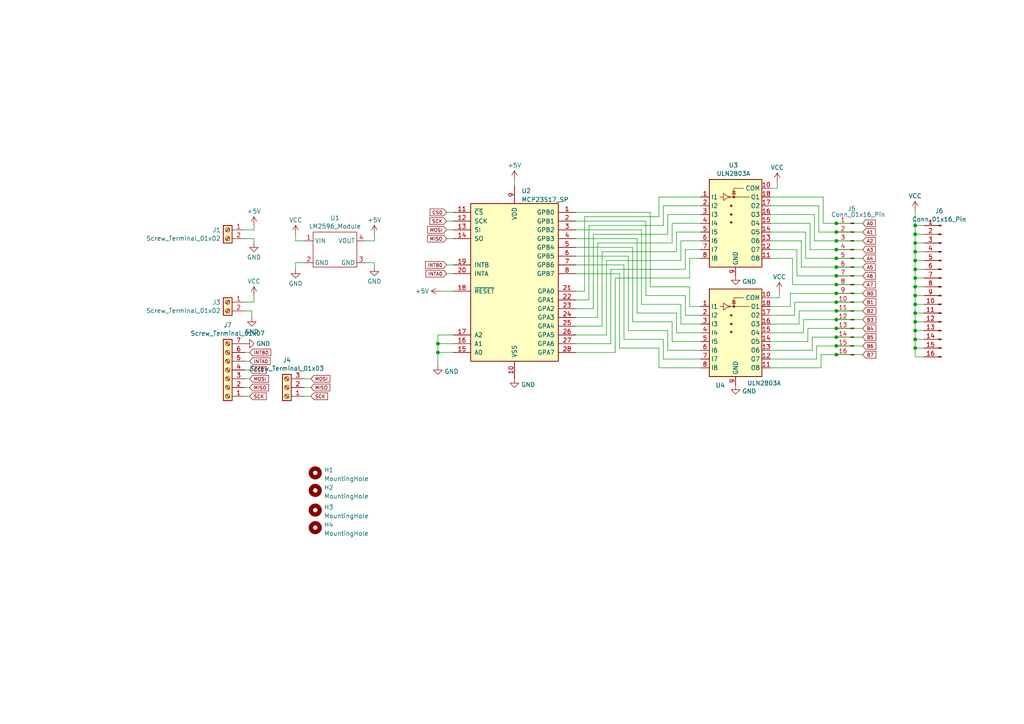
<source format=kicad_sch>
(kicad_sch (version 20230121) (generator eeschema)

  (uuid 472ab3f0-0b4b-4534-8c1c-6d4f9b4806cb)

  (paper "A4")

  (lib_symbols
    (symbol "Connector:Conn_01x16_Pin" (pin_names (offset 1.016) hide) (in_bom yes) (on_board yes)
      (property "Reference" "J" (at 0 20.32 0)
        (effects (font (size 1.27 1.27)))
      )
      (property "Value" "Conn_01x16_Pin" (at 0 -22.86 0)
        (effects (font (size 1.27 1.27)))
      )
      (property "Footprint" "" (at 0 0 0)
        (effects (font (size 1.27 1.27)) hide)
      )
      (property "Datasheet" "~" (at 0 0 0)
        (effects (font (size 1.27 1.27)) hide)
      )
      (property "ki_locked" "" (at 0 0 0)
        (effects (font (size 1.27 1.27)))
      )
      (property "ki_keywords" "connector" (at 0 0 0)
        (effects (font (size 1.27 1.27)) hide)
      )
      (property "ki_description" "Generic connector, single row, 01x16, script generated" (at 0 0 0)
        (effects (font (size 1.27 1.27)) hide)
      )
      (property "ki_fp_filters" "Connector*:*_1x??_*" (at 0 0 0)
        (effects (font (size 1.27 1.27)) hide)
      )
      (symbol "Conn_01x16_Pin_1_1"
        (polyline
          (pts
            (xy 1.27 -20.32)
            (xy 0.8636 -20.32)
          )
          (stroke (width 0.1524) (type default))
          (fill (type none))
        )
        (polyline
          (pts
            (xy 1.27 -17.78)
            (xy 0.8636 -17.78)
          )
          (stroke (width 0.1524) (type default))
          (fill (type none))
        )
        (polyline
          (pts
            (xy 1.27 -15.24)
            (xy 0.8636 -15.24)
          )
          (stroke (width 0.1524) (type default))
          (fill (type none))
        )
        (polyline
          (pts
            (xy 1.27 -12.7)
            (xy 0.8636 -12.7)
          )
          (stroke (width 0.1524) (type default))
          (fill (type none))
        )
        (polyline
          (pts
            (xy 1.27 -10.16)
            (xy 0.8636 -10.16)
          )
          (stroke (width 0.1524) (type default))
          (fill (type none))
        )
        (polyline
          (pts
            (xy 1.27 -7.62)
            (xy 0.8636 -7.62)
          )
          (stroke (width 0.1524) (type default))
          (fill (type none))
        )
        (polyline
          (pts
            (xy 1.27 -5.08)
            (xy 0.8636 -5.08)
          )
          (stroke (width 0.1524) (type default))
          (fill (type none))
        )
        (polyline
          (pts
            (xy 1.27 -2.54)
            (xy 0.8636 -2.54)
          )
          (stroke (width 0.1524) (type default))
          (fill (type none))
        )
        (polyline
          (pts
            (xy 1.27 0)
            (xy 0.8636 0)
          )
          (stroke (width 0.1524) (type default))
          (fill (type none))
        )
        (polyline
          (pts
            (xy 1.27 2.54)
            (xy 0.8636 2.54)
          )
          (stroke (width 0.1524) (type default))
          (fill (type none))
        )
        (polyline
          (pts
            (xy 1.27 5.08)
            (xy 0.8636 5.08)
          )
          (stroke (width 0.1524) (type default))
          (fill (type none))
        )
        (polyline
          (pts
            (xy 1.27 7.62)
            (xy 0.8636 7.62)
          )
          (stroke (width 0.1524) (type default))
          (fill (type none))
        )
        (polyline
          (pts
            (xy 1.27 10.16)
            (xy 0.8636 10.16)
          )
          (stroke (width 0.1524) (type default))
          (fill (type none))
        )
        (polyline
          (pts
            (xy 1.27 12.7)
            (xy 0.8636 12.7)
          )
          (stroke (width 0.1524) (type default))
          (fill (type none))
        )
        (polyline
          (pts
            (xy 1.27 15.24)
            (xy 0.8636 15.24)
          )
          (stroke (width 0.1524) (type default))
          (fill (type none))
        )
        (polyline
          (pts
            (xy 1.27 17.78)
            (xy 0.8636 17.78)
          )
          (stroke (width 0.1524) (type default))
          (fill (type none))
        )
        (rectangle (start 0.8636 -20.193) (end 0 -20.447)
          (stroke (width 0.1524) (type default))
          (fill (type outline))
        )
        (rectangle (start 0.8636 -17.653) (end 0 -17.907)
          (stroke (width 0.1524) (type default))
          (fill (type outline))
        )
        (rectangle (start 0.8636 -15.113) (end 0 -15.367)
          (stroke (width 0.1524) (type default))
          (fill (type outline))
        )
        (rectangle (start 0.8636 -12.573) (end 0 -12.827)
          (stroke (width 0.1524) (type default))
          (fill (type outline))
        )
        (rectangle (start 0.8636 -10.033) (end 0 -10.287)
          (stroke (width 0.1524) (type default))
          (fill (type outline))
        )
        (rectangle (start 0.8636 -7.493) (end 0 -7.747)
          (stroke (width 0.1524) (type default))
          (fill (type outline))
        )
        (rectangle (start 0.8636 -4.953) (end 0 -5.207)
          (stroke (width 0.1524) (type default))
          (fill (type outline))
        )
        (rectangle (start 0.8636 -2.413) (end 0 -2.667)
          (stroke (width 0.1524) (type default))
          (fill (type outline))
        )
        (rectangle (start 0.8636 0.127) (end 0 -0.127)
          (stroke (width 0.1524) (type default))
          (fill (type outline))
        )
        (rectangle (start 0.8636 2.667) (end 0 2.413)
          (stroke (width 0.1524) (type default))
          (fill (type outline))
        )
        (rectangle (start 0.8636 5.207) (end 0 4.953)
          (stroke (width 0.1524) (type default))
          (fill (type outline))
        )
        (rectangle (start 0.8636 7.747) (end 0 7.493)
          (stroke (width 0.1524) (type default))
          (fill (type outline))
        )
        (rectangle (start 0.8636 10.287) (end 0 10.033)
          (stroke (width 0.1524) (type default))
          (fill (type outline))
        )
        (rectangle (start 0.8636 12.827) (end 0 12.573)
          (stroke (width 0.1524) (type default))
          (fill (type outline))
        )
        (rectangle (start 0.8636 15.367) (end 0 15.113)
          (stroke (width 0.1524) (type default))
          (fill (type outline))
        )
        (rectangle (start 0.8636 17.907) (end 0 17.653)
          (stroke (width 0.1524) (type default))
          (fill (type outline))
        )
        (pin passive line (at 5.08 17.78 180) (length 3.81)
          (name "Pin_1" (effects (font (size 1.27 1.27))))
          (number "1" (effects (font (size 1.27 1.27))))
        )
        (pin passive line (at 5.08 -5.08 180) (length 3.81)
          (name "Pin_10" (effects (font (size 1.27 1.27))))
          (number "10" (effects (font (size 1.27 1.27))))
        )
        (pin passive line (at 5.08 -7.62 180) (length 3.81)
          (name "Pin_11" (effects (font (size 1.27 1.27))))
          (number "11" (effects (font (size 1.27 1.27))))
        )
        (pin passive line (at 5.08 -10.16 180) (length 3.81)
          (name "Pin_12" (effects (font (size 1.27 1.27))))
          (number "12" (effects (font (size 1.27 1.27))))
        )
        (pin passive line (at 5.08 -12.7 180) (length 3.81)
          (name "Pin_13" (effects (font (size 1.27 1.27))))
          (number "13" (effects (font (size 1.27 1.27))))
        )
        (pin passive line (at 5.08 -15.24 180) (length 3.81)
          (name "Pin_14" (effects (font (size 1.27 1.27))))
          (number "14" (effects (font (size 1.27 1.27))))
        )
        (pin passive line (at 5.08 -17.78 180) (length 3.81)
          (name "Pin_15" (effects (font (size 1.27 1.27))))
          (number "15" (effects (font (size 1.27 1.27))))
        )
        (pin passive line (at 5.08 -20.32 180) (length 3.81)
          (name "Pin_16" (effects (font (size 1.27 1.27))))
          (number "16" (effects (font (size 1.27 1.27))))
        )
        (pin passive line (at 5.08 15.24 180) (length 3.81)
          (name "Pin_2" (effects (font (size 1.27 1.27))))
          (number "2" (effects (font (size 1.27 1.27))))
        )
        (pin passive line (at 5.08 12.7 180) (length 3.81)
          (name "Pin_3" (effects (font (size 1.27 1.27))))
          (number "3" (effects (font (size 1.27 1.27))))
        )
        (pin passive line (at 5.08 10.16 180) (length 3.81)
          (name "Pin_4" (effects (font (size 1.27 1.27))))
          (number "4" (effects (font (size 1.27 1.27))))
        )
        (pin passive line (at 5.08 7.62 180) (length 3.81)
          (name "Pin_5" (effects (font (size 1.27 1.27))))
          (number "5" (effects (font (size 1.27 1.27))))
        )
        (pin passive line (at 5.08 5.08 180) (length 3.81)
          (name "Pin_6" (effects (font (size 1.27 1.27))))
          (number "6" (effects (font (size 1.27 1.27))))
        )
        (pin passive line (at 5.08 2.54 180) (length 3.81)
          (name "Pin_7" (effects (font (size 1.27 1.27))))
          (number "7" (effects (font (size 1.27 1.27))))
        )
        (pin passive line (at 5.08 0 180) (length 3.81)
          (name "Pin_8" (effects (font (size 1.27 1.27))))
          (number "8" (effects (font (size 1.27 1.27))))
        )
        (pin passive line (at 5.08 -2.54 180) (length 3.81)
          (name "Pin_9" (effects (font (size 1.27 1.27))))
          (number "9" (effects (font (size 1.27 1.27))))
        )
      )
    )
    (symbol "Connector:Screw_Terminal_01x02" (pin_names (offset 1.016) hide) (in_bom yes) (on_board yes)
      (property "Reference" "J" (at 0 2.54 0)
        (effects (font (size 1.27 1.27)))
      )
      (property "Value" "Screw_Terminal_01x02" (at 0 -5.08 0)
        (effects (font (size 1.27 1.27)))
      )
      (property "Footprint" "" (at 0 0 0)
        (effects (font (size 1.27 1.27)) hide)
      )
      (property "Datasheet" "~" (at 0 0 0)
        (effects (font (size 1.27 1.27)) hide)
      )
      (property "ki_keywords" "screw terminal" (at 0 0 0)
        (effects (font (size 1.27 1.27)) hide)
      )
      (property "ki_description" "Generic screw terminal, single row, 01x02, script generated (kicad-library-utils/schlib/autogen/connector/)" (at 0 0 0)
        (effects (font (size 1.27 1.27)) hide)
      )
      (property "ki_fp_filters" "TerminalBlock*:*" (at 0 0 0)
        (effects (font (size 1.27 1.27)) hide)
      )
      (symbol "Screw_Terminal_01x02_1_1"
        (rectangle (start -1.27 1.27) (end 1.27 -3.81)
          (stroke (width 0.254) (type default))
          (fill (type background))
        )
        (circle (center 0 -2.54) (radius 0.635)
          (stroke (width 0.1524) (type default))
          (fill (type none))
        )
        (polyline
          (pts
            (xy -0.5334 -2.2098)
            (xy 0.3302 -3.048)
          )
          (stroke (width 0.1524) (type default))
          (fill (type none))
        )
        (polyline
          (pts
            (xy -0.5334 0.3302)
            (xy 0.3302 -0.508)
          )
          (stroke (width 0.1524) (type default))
          (fill (type none))
        )
        (polyline
          (pts
            (xy -0.3556 -2.032)
            (xy 0.508 -2.8702)
          )
          (stroke (width 0.1524) (type default))
          (fill (type none))
        )
        (polyline
          (pts
            (xy -0.3556 0.508)
            (xy 0.508 -0.3302)
          )
          (stroke (width 0.1524) (type default))
          (fill (type none))
        )
        (circle (center 0 0) (radius 0.635)
          (stroke (width 0.1524) (type default))
          (fill (type none))
        )
        (pin passive line (at -5.08 0 0) (length 3.81)
          (name "Pin_1" (effects (font (size 1.27 1.27))))
          (number "1" (effects (font (size 1.27 1.27))))
        )
        (pin passive line (at -5.08 -2.54 0) (length 3.81)
          (name "Pin_2" (effects (font (size 1.27 1.27))))
          (number "2" (effects (font (size 1.27 1.27))))
        )
      )
    )
    (symbol "Connector:Screw_Terminal_01x03" (pin_names (offset 1.016) hide) (in_bom yes) (on_board yes)
      (property "Reference" "J" (at 0 5.08 0)
        (effects (font (size 1.27 1.27)))
      )
      (property "Value" "Screw_Terminal_01x03" (at 0 -5.08 0)
        (effects (font (size 1.27 1.27)))
      )
      (property "Footprint" "" (at 0 0 0)
        (effects (font (size 1.27 1.27)) hide)
      )
      (property "Datasheet" "~" (at 0 0 0)
        (effects (font (size 1.27 1.27)) hide)
      )
      (property "ki_keywords" "screw terminal" (at 0 0 0)
        (effects (font (size 1.27 1.27)) hide)
      )
      (property "ki_description" "Generic screw terminal, single row, 01x03, script generated (kicad-library-utils/schlib/autogen/connector/)" (at 0 0 0)
        (effects (font (size 1.27 1.27)) hide)
      )
      (property "ki_fp_filters" "TerminalBlock*:*" (at 0 0 0)
        (effects (font (size 1.27 1.27)) hide)
      )
      (symbol "Screw_Terminal_01x03_1_1"
        (rectangle (start -1.27 3.81) (end 1.27 -3.81)
          (stroke (width 0.254) (type default))
          (fill (type background))
        )
        (circle (center 0 -2.54) (radius 0.635)
          (stroke (width 0.1524) (type default))
          (fill (type none))
        )
        (polyline
          (pts
            (xy -0.5334 -2.2098)
            (xy 0.3302 -3.048)
          )
          (stroke (width 0.1524) (type default))
          (fill (type none))
        )
        (polyline
          (pts
            (xy -0.5334 0.3302)
            (xy 0.3302 -0.508)
          )
          (stroke (width 0.1524) (type default))
          (fill (type none))
        )
        (polyline
          (pts
            (xy -0.5334 2.8702)
            (xy 0.3302 2.032)
          )
          (stroke (width 0.1524) (type default))
          (fill (type none))
        )
        (polyline
          (pts
            (xy -0.3556 -2.032)
            (xy 0.508 -2.8702)
          )
          (stroke (width 0.1524) (type default))
          (fill (type none))
        )
        (polyline
          (pts
            (xy -0.3556 0.508)
            (xy 0.508 -0.3302)
          )
          (stroke (width 0.1524) (type default))
          (fill (type none))
        )
        (polyline
          (pts
            (xy -0.3556 3.048)
            (xy 0.508 2.2098)
          )
          (stroke (width 0.1524) (type default))
          (fill (type none))
        )
        (circle (center 0 0) (radius 0.635)
          (stroke (width 0.1524) (type default))
          (fill (type none))
        )
        (circle (center 0 2.54) (radius 0.635)
          (stroke (width 0.1524) (type default))
          (fill (type none))
        )
        (pin passive line (at -5.08 2.54 0) (length 3.81)
          (name "Pin_1" (effects (font (size 1.27 1.27))))
          (number "1" (effects (font (size 1.27 1.27))))
        )
        (pin passive line (at -5.08 0 0) (length 3.81)
          (name "Pin_2" (effects (font (size 1.27 1.27))))
          (number "2" (effects (font (size 1.27 1.27))))
        )
        (pin passive line (at -5.08 -2.54 0) (length 3.81)
          (name "Pin_3" (effects (font (size 1.27 1.27))))
          (number "3" (effects (font (size 1.27 1.27))))
        )
      )
    )
    (symbol "Connector:Screw_Terminal_01x07" (pin_names (offset 1.016) hide) (in_bom yes) (on_board yes)
      (property "Reference" "J" (at 0 10.16 0)
        (effects (font (size 1.27 1.27)))
      )
      (property "Value" "Screw_Terminal_01x07" (at 0 -10.16 0)
        (effects (font (size 1.27 1.27)))
      )
      (property "Footprint" "" (at 0 0 0)
        (effects (font (size 1.27 1.27)) hide)
      )
      (property "Datasheet" "~" (at 0 0 0)
        (effects (font (size 1.27 1.27)) hide)
      )
      (property "ki_keywords" "screw terminal" (at 0 0 0)
        (effects (font (size 1.27 1.27)) hide)
      )
      (property "ki_description" "Generic screw terminal, single row, 01x07, script generated (kicad-library-utils/schlib/autogen/connector/)" (at 0 0 0)
        (effects (font (size 1.27 1.27)) hide)
      )
      (property "ki_fp_filters" "TerminalBlock*:*" (at 0 0 0)
        (effects (font (size 1.27 1.27)) hide)
      )
      (symbol "Screw_Terminal_01x07_1_1"
        (rectangle (start -1.27 8.89) (end 1.27 -8.89)
          (stroke (width 0.254) (type default))
          (fill (type background))
        )
        (circle (center 0 -7.62) (radius 0.635)
          (stroke (width 0.1524) (type default))
          (fill (type none))
        )
        (circle (center 0 -5.08) (radius 0.635)
          (stroke (width 0.1524) (type default))
          (fill (type none))
        )
        (circle (center 0 -2.54) (radius 0.635)
          (stroke (width 0.1524) (type default))
          (fill (type none))
        )
        (polyline
          (pts
            (xy -0.5334 -7.2898)
            (xy 0.3302 -8.128)
          )
          (stroke (width 0.1524) (type default))
          (fill (type none))
        )
        (polyline
          (pts
            (xy -0.5334 -4.7498)
            (xy 0.3302 -5.588)
          )
          (stroke (width 0.1524) (type default))
          (fill (type none))
        )
        (polyline
          (pts
            (xy -0.5334 -2.2098)
            (xy 0.3302 -3.048)
          )
          (stroke (width 0.1524) (type default))
          (fill (type none))
        )
        (polyline
          (pts
            (xy -0.5334 0.3302)
            (xy 0.3302 -0.508)
          )
          (stroke (width 0.1524) (type default))
          (fill (type none))
        )
        (polyline
          (pts
            (xy -0.5334 2.8702)
            (xy 0.3302 2.032)
          )
          (stroke (width 0.1524) (type default))
          (fill (type none))
        )
        (polyline
          (pts
            (xy -0.5334 5.4102)
            (xy 0.3302 4.572)
          )
          (stroke (width 0.1524) (type default))
          (fill (type none))
        )
        (polyline
          (pts
            (xy -0.5334 7.9502)
            (xy 0.3302 7.112)
          )
          (stroke (width 0.1524) (type default))
          (fill (type none))
        )
        (polyline
          (pts
            (xy -0.3556 -7.112)
            (xy 0.508 -7.9502)
          )
          (stroke (width 0.1524) (type default))
          (fill (type none))
        )
        (polyline
          (pts
            (xy -0.3556 -4.572)
            (xy 0.508 -5.4102)
          )
          (stroke (width 0.1524) (type default))
          (fill (type none))
        )
        (polyline
          (pts
            (xy -0.3556 -2.032)
            (xy 0.508 -2.8702)
          )
          (stroke (width 0.1524) (type default))
          (fill (type none))
        )
        (polyline
          (pts
            (xy -0.3556 0.508)
            (xy 0.508 -0.3302)
          )
          (stroke (width 0.1524) (type default))
          (fill (type none))
        )
        (polyline
          (pts
            (xy -0.3556 3.048)
            (xy 0.508 2.2098)
          )
          (stroke (width 0.1524) (type default))
          (fill (type none))
        )
        (polyline
          (pts
            (xy -0.3556 5.588)
            (xy 0.508 4.7498)
          )
          (stroke (width 0.1524) (type default))
          (fill (type none))
        )
        (polyline
          (pts
            (xy -0.3556 8.128)
            (xy 0.508 7.2898)
          )
          (stroke (width 0.1524) (type default))
          (fill (type none))
        )
        (circle (center 0 0) (radius 0.635)
          (stroke (width 0.1524) (type default))
          (fill (type none))
        )
        (circle (center 0 2.54) (radius 0.635)
          (stroke (width 0.1524) (type default))
          (fill (type none))
        )
        (circle (center 0 5.08) (radius 0.635)
          (stroke (width 0.1524) (type default))
          (fill (type none))
        )
        (circle (center 0 7.62) (radius 0.635)
          (stroke (width 0.1524) (type default))
          (fill (type none))
        )
        (pin passive line (at -5.08 7.62 0) (length 3.81)
          (name "Pin_1" (effects (font (size 1.27 1.27))))
          (number "1" (effects (font (size 1.27 1.27))))
        )
        (pin passive line (at -5.08 5.08 0) (length 3.81)
          (name "Pin_2" (effects (font (size 1.27 1.27))))
          (number "2" (effects (font (size 1.27 1.27))))
        )
        (pin passive line (at -5.08 2.54 0) (length 3.81)
          (name "Pin_3" (effects (font (size 1.27 1.27))))
          (number "3" (effects (font (size 1.27 1.27))))
        )
        (pin passive line (at -5.08 0 0) (length 3.81)
          (name "Pin_4" (effects (font (size 1.27 1.27))))
          (number "4" (effects (font (size 1.27 1.27))))
        )
        (pin passive line (at -5.08 -2.54 0) (length 3.81)
          (name "Pin_5" (effects (font (size 1.27 1.27))))
          (number "5" (effects (font (size 1.27 1.27))))
        )
        (pin passive line (at -5.08 -5.08 0) (length 3.81)
          (name "Pin_6" (effects (font (size 1.27 1.27))))
          (number "6" (effects (font (size 1.27 1.27))))
        )
        (pin passive line (at -5.08 -7.62 0) (length 3.81)
          (name "Pin_7" (effects (font (size 1.27 1.27))))
          (number "7" (effects (font (size 1.27 1.27))))
        )
      )
    )
    (symbol "EzerLonginus:LM2596_Module" (in_bom yes) (on_board yes)
      (property "Reference" "U" (at 0 6.35 0)
        (effects (font (size 1.27 1.27)))
      )
      (property "Value" "LM2596_Module" (at 0 -6.35 0)
        (effects (font (size 1.27 1.27)))
      )
      (property "Footprint" "" (at 0 0 0)
        (effects (font (size 1.27 1.27)) hide)
      )
      (property "Datasheet" "" (at 0 0 0)
        (effects (font (size 1.27 1.27)) hide)
      )
      (symbol "LM2596_Module_0_1"
        (polyline
          (pts
            (xy -6.35 2.54)
            (xy -6.35 3.81)
            (xy -6.35 5.08)
            (xy 6.35 5.08)
            (xy 6.35 -5.08)
            (xy -6.35 -5.08)
            (xy -6.35 2.54)
          )
          (stroke (width 0.1524) (type default))
          (fill (type none))
        )
      )
      (symbol "LM2596_Module_1_1"
        (pin power_in line (at -8.89 2.54 0) (length 2.54)
          (name "VIN" (effects (font (size 1.27 1.27))))
          (number "1" (effects (font (size 1.27 1.27))))
        )
        (pin power_in line (at -8.89 -3.81 0) (length 2.54)
          (name "GND" (effects (font (size 1.27 1.27))))
          (number "2" (effects (font (size 1.27 1.27))))
        )
        (pin output line (at 8.89 -3.81 180) (length 2.54)
          (name "GND" (effects (font (size 1.27 1.27))))
          (number "3" (effects (font (size 1.27 1.27))))
        )
        (pin power_out line (at 8.89 2.54 180) (length 2.54)
          (name "VOUT" (effects (font (size 1.27 1.27))))
          (number "4" (effects (font (size 1.27 1.27))))
        )
      )
    )
    (symbol "GND_1" (power) (pin_names (offset 0)) (in_bom yes) (on_board yes)
      (property "Reference" "#PWR" (at 0 -6.35 0)
        (effects (font (size 1.27 1.27)) hide)
      )
      (property "Value" "GND_1" (at 0 -3.81 0)
        (effects (font (size 1.27 1.27)))
      )
      (property "Footprint" "" (at 0 0 0)
        (effects (font (size 1.27 1.27)) hide)
      )
      (property "Datasheet" "" (at 0 0 0)
        (effects (font (size 1.27 1.27)) hide)
      )
      (property "ki_keywords" "global power" (at 0 0 0)
        (effects (font (size 1.27 1.27)) hide)
      )
      (property "ki_description" "Power symbol creates a global label with name \"GND\" , ground" (at 0 0 0)
        (effects (font (size 1.27 1.27)) hide)
      )
      (symbol "GND_1_0_1"
        (polyline
          (pts
            (xy 0 0)
            (xy 0 -1.27)
            (xy 1.27 -1.27)
            (xy 0 -2.54)
            (xy -1.27 -1.27)
            (xy 0 -1.27)
          )
          (stroke (width 0) (type default))
          (fill (type none))
        )
      )
      (symbol "GND_1_1_1"
        (pin power_in line (at 0 0 270) (length 0) hide
          (name "GND" (effects (font (size 1.27 1.27))))
          (number "1" (effects (font (size 1.27 1.27))))
        )
      )
    )
    (symbol "Interface_Expansion:MCP23S17_SP" (pin_names (offset 1.016)) (in_bom yes) (on_board yes)
      (property "Reference" "U" (at -11.43 24.13 0)
        (effects (font (size 1.27 1.27)))
      )
      (property "Value" "MCP23S17_SP" (at 0 0 0)
        (effects (font (size 1.27 1.27)))
      )
      (property "Footprint" "Package_DIP:DIP-28_W7.62mm" (at 5.08 -25.4 0)
        (effects (font (size 1.27 1.27)) (justify left) hide)
      )
      (property "Datasheet" "http://ww1.microchip.com/downloads/en/DeviceDoc/20001952C.pdf" (at 5.08 -27.94 0)
        (effects (font (size 1.27 1.27)) (justify left) hide)
      )
      (property "ki_keywords" "microchip i2c parallel port expander" (at 0 0 0)
        (effects (font (size 1.27 1.27)) hide)
      )
      (property "ki_description" "16-bit I/O expander, SPI, interrupts, w pull-ups, SPDIP-28" (at 0 0 0)
        (effects (font (size 1.27 1.27)) hide)
      )
      (property "ki_fp_filters" "DIP*W7.62mm*" (at 0 0 0)
        (effects (font (size 1.27 1.27)) hide)
      )
      (symbol "MCP23S17_SP_0_1"
        (rectangle (start -12.7 22.86) (end 12.7 -22.86)
          (stroke (width 0.254) (type default))
          (fill (type background))
        )
      )
      (symbol "MCP23S17_SP_1_1"
        (pin bidirectional line (at 17.78 20.32 180) (length 5.08)
          (name "GPB0" (effects (font (size 1.27 1.27))))
          (number "1" (effects (font (size 1.27 1.27))))
        )
        (pin power_in line (at 0 -27.94 90) (length 5.08)
          (name "VSS" (effects (font (size 1.27 1.27))))
          (number "10" (effects (font (size 1.27 1.27))))
        )
        (pin input line (at -17.78 20.32 0) (length 5.08)
          (name "~{CS}" (effects (font (size 1.27 1.27))))
          (number "11" (effects (font (size 1.27 1.27))))
        )
        (pin input line (at -17.78 17.78 0) (length 5.08)
          (name "SCK" (effects (font (size 1.27 1.27))))
          (number "12" (effects (font (size 1.27 1.27))))
        )
        (pin input line (at -17.78 15.24 0) (length 5.08)
          (name "SI" (effects (font (size 1.27 1.27))))
          (number "13" (effects (font (size 1.27 1.27))))
        )
        (pin output line (at -17.78 12.7 0) (length 5.08)
          (name "SO" (effects (font (size 1.27 1.27))))
          (number "14" (effects (font (size 1.27 1.27))))
        )
        (pin input line (at -17.78 -20.32 0) (length 5.08)
          (name "A0" (effects (font (size 1.27 1.27))))
          (number "15" (effects (font (size 1.27 1.27))))
        )
        (pin input line (at -17.78 -17.78 0) (length 5.08)
          (name "A1" (effects (font (size 1.27 1.27))))
          (number "16" (effects (font (size 1.27 1.27))))
        )
        (pin input line (at -17.78 -15.24 0) (length 5.08)
          (name "A2" (effects (font (size 1.27 1.27))))
          (number "17" (effects (font (size 1.27 1.27))))
        )
        (pin input line (at -17.78 -2.54 0) (length 5.08)
          (name "~{RESET}" (effects (font (size 1.27 1.27))))
          (number "18" (effects (font (size 1.27 1.27))))
        )
        (pin tri_state line (at -17.78 5.08 0) (length 5.08)
          (name "INTB" (effects (font (size 1.27 1.27))))
          (number "19" (effects (font (size 1.27 1.27))))
        )
        (pin bidirectional line (at 17.78 17.78 180) (length 5.08)
          (name "GPB1" (effects (font (size 1.27 1.27))))
          (number "2" (effects (font (size 1.27 1.27))))
        )
        (pin tri_state line (at -17.78 2.54 0) (length 5.08)
          (name "INTA" (effects (font (size 1.27 1.27))))
          (number "20" (effects (font (size 1.27 1.27))))
        )
        (pin bidirectional line (at 17.78 -2.54 180) (length 5.08)
          (name "GPA0" (effects (font (size 1.27 1.27))))
          (number "21" (effects (font (size 1.27 1.27))))
        )
        (pin bidirectional line (at 17.78 -5.08 180) (length 5.08)
          (name "GPA1" (effects (font (size 1.27 1.27))))
          (number "22" (effects (font (size 1.27 1.27))))
        )
        (pin bidirectional line (at 17.78 -7.62 180) (length 5.08)
          (name "GPA2" (effects (font (size 1.27 1.27))))
          (number "23" (effects (font (size 1.27 1.27))))
        )
        (pin bidirectional line (at 17.78 -10.16 180) (length 5.08)
          (name "GPA3" (effects (font (size 1.27 1.27))))
          (number "24" (effects (font (size 1.27 1.27))))
        )
        (pin bidirectional line (at 17.78 -12.7 180) (length 5.08)
          (name "GPA4" (effects (font (size 1.27 1.27))))
          (number "25" (effects (font (size 1.27 1.27))))
        )
        (pin bidirectional line (at 17.78 -15.24 180) (length 5.08)
          (name "GPA5" (effects (font (size 1.27 1.27))))
          (number "26" (effects (font (size 1.27 1.27))))
        )
        (pin bidirectional line (at 17.78 -17.78 180) (length 5.08)
          (name "GPA6" (effects (font (size 1.27 1.27))))
          (number "27" (effects (font (size 1.27 1.27))))
        )
        (pin bidirectional line (at 17.78 -20.32 180) (length 5.08)
          (name "GPA7" (effects (font (size 1.27 1.27))))
          (number "28" (effects (font (size 1.27 1.27))))
        )
        (pin bidirectional line (at 17.78 15.24 180) (length 5.08)
          (name "GPB2" (effects (font (size 1.27 1.27))))
          (number "3" (effects (font (size 1.27 1.27))))
        )
        (pin bidirectional line (at 17.78 12.7 180) (length 5.08)
          (name "GPB3" (effects (font (size 1.27 1.27))))
          (number "4" (effects (font (size 1.27 1.27))))
        )
        (pin bidirectional line (at 17.78 10.16 180) (length 5.08)
          (name "GPB4" (effects (font (size 1.27 1.27))))
          (number "5" (effects (font (size 1.27 1.27))))
        )
        (pin bidirectional line (at 17.78 7.62 180) (length 5.08)
          (name "GPB5" (effects (font (size 1.27 1.27))))
          (number "6" (effects (font (size 1.27 1.27))))
        )
        (pin bidirectional line (at 17.78 5.08 180) (length 5.08)
          (name "GPB6" (effects (font (size 1.27 1.27))))
          (number "7" (effects (font (size 1.27 1.27))))
        )
        (pin bidirectional line (at 17.78 2.54 180) (length 5.08)
          (name "GPB7" (effects (font (size 1.27 1.27))))
          (number "8" (effects (font (size 1.27 1.27))))
        )
        (pin power_in line (at 0 27.94 270) (length 5.08)
          (name "VDD" (effects (font (size 1.27 1.27))))
          (number "9" (effects (font (size 1.27 1.27))))
        )
      )
    )
    (symbol "Mechanical:MountingHole" (pin_names (offset 1.016)) (in_bom yes) (on_board yes)
      (property "Reference" "H" (at 0 5.08 0)
        (effects (font (size 1.27 1.27)))
      )
      (property "Value" "MountingHole" (at 0 3.175 0)
        (effects (font (size 1.27 1.27)))
      )
      (property "Footprint" "" (at 0 0 0)
        (effects (font (size 1.27 1.27)) hide)
      )
      (property "Datasheet" "~" (at 0 0 0)
        (effects (font (size 1.27 1.27)) hide)
      )
      (property "ki_keywords" "mounting hole" (at 0 0 0)
        (effects (font (size 1.27 1.27)) hide)
      )
      (property "ki_description" "Mounting Hole without connection" (at 0 0 0)
        (effects (font (size 1.27 1.27)) hide)
      )
      (property "ki_fp_filters" "MountingHole*" (at 0 0 0)
        (effects (font (size 1.27 1.27)) hide)
      )
      (symbol "MountingHole_0_1"
        (circle (center 0 0) (radius 1.27)
          (stroke (width 1.27) (type default))
          (fill (type none))
        )
      )
    )
    (symbol "Transistor_Array:ULN2803A" (in_bom yes) (on_board yes)
      (property "Reference" "U" (at 0 13.335 0)
        (effects (font (size 1.27 1.27)))
      )
      (property "Value" "ULN2803A" (at 0 11.43 0)
        (effects (font (size 1.27 1.27)))
      )
      (property "Footprint" "" (at 1.27 -16.51 0)
        (effects (font (size 1.27 1.27)) (justify left) hide)
      )
      (property "Datasheet" "http://www.ti.com/lit/ds/symlink/uln2803a.pdf" (at 2.54 -5.08 0)
        (effects (font (size 1.27 1.27)) hide)
      )
      (property "ki_keywords" "Darlington transistor array" (at 0 0 0)
        (effects (font (size 1.27 1.27)) hide)
      )
      (property "ki_description" "Darlington Transistor Arrays, SOIC18/DIP18" (at 0 0 0)
        (effects (font (size 1.27 1.27)) hide)
      )
      (property "ki_fp_filters" "DIP*W7.62mm* SOIC*7.5x11.6mm*P1.27mm*" (at 0 0 0)
        (effects (font (size 1.27 1.27)) hide)
      )
      (symbol "ULN2803A_0_1"
        (rectangle (start -7.62 -15.24) (end 7.62 10.16)
          (stroke (width 0.254) (type default))
          (fill (type background))
        )
        (circle (center -1.778 5.08) (radius 0.254)
          (stroke (width 0) (type default))
          (fill (type none))
        )
        (circle (center -1.27 -2.286) (radius 0.254)
          (stroke (width 0) (type default))
          (fill (type outline))
        )
        (circle (center -1.27 0) (radius 0.254)
          (stroke (width 0) (type default))
          (fill (type outline))
        )
        (circle (center -1.27 2.54) (radius 0.254)
          (stroke (width 0) (type default))
          (fill (type outline))
        )
        (circle (center -0.508 5.08) (radius 0.254)
          (stroke (width 0) (type default))
          (fill (type outline))
        )
        (polyline
          (pts
            (xy -4.572 5.08)
            (xy -3.556 5.08)
          )
          (stroke (width 0) (type default))
          (fill (type none))
        )
        (polyline
          (pts
            (xy -1.524 5.08)
            (xy 4.064 5.08)
          )
          (stroke (width 0) (type default))
          (fill (type none))
        )
        (polyline
          (pts
            (xy 0 6.731)
            (xy -1.016 6.731)
          )
          (stroke (width 0) (type default))
          (fill (type none))
        )
        (polyline
          (pts
            (xy -0.508 5.08)
            (xy -0.508 7.62)
            (xy 2.286 7.62)
          )
          (stroke (width 0) (type default))
          (fill (type none))
        )
        (polyline
          (pts
            (xy -3.556 6.096)
            (xy -3.556 4.064)
            (xy -2.032 5.08)
            (xy -3.556 6.096)
          )
          (stroke (width 0) (type default))
          (fill (type none))
        )
        (polyline
          (pts
            (xy 0 5.969)
            (xy -1.016 5.969)
            (xy -0.508 6.731)
            (xy 0 5.969)
          )
          (stroke (width 0) (type default))
          (fill (type none))
        )
      )
      (symbol "ULN2803A_1_1"
        (pin input line (at -10.16 5.08 0) (length 2.54)
          (name "I1" (effects (font (size 1.27 1.27))))
          (number "1" (effects (font (size 1.27 1.27))))
        )
        (pin passive line (at 10.16 7.62 180) (length 2.54)
          (name "COM" (effects (font (size 1.27 1.27))))
          (number "10" (effects (font (size 1.27 1.27))))
        )
        (pin open_collector line (at 10.16 -12.7 180) (length 2.54)
          (name "O8" (effects (font (size 1.27 1.27))))
          (number "11" (effects (font (size 1.27 1.27))))
        )
        (pin open_collector line (at 10.16 -10.16 180) (length 2.54)
          (name "O7" (effects (font (size 1.27 1.27))))
          (number "12" (effects (font (size 1.27 1.27))))
        )
        (pin open_collector line (at 10.16 -7.62 180) (length 2.54)
          (name "O6" (effects (font (size 1.27 1.27))))
          (number "13" (effects (font (size 1.27 1.27))))
        )
        (pin open_collector line (at 10.16 -5.08 180) (length 2.54)
          (name "O5" (effects (font (size 1.27 1.27))))
          (number "14" (effects (font (size 1.27 1.27))))
        )
        (pin open_collector line (at 10.16 -2.54 180) (length 2.54)
          (name "O4" (effects (font (size 1.27 1.27))))
          (number "15" (effects (font (size 1.27 1.27))))
        )
        (pin open_collector line (at 10.16 0 180) (length 2.54)
          (name "O3" (effects (font (size 1.27 1.27))))
          (number "16" (effects (font (size 1.27 1.27))))
        )
        (pin open_collector line (at 10.16 2.54 180) (length 2.54)
          (name "O2" (effects (font (size 1.27 1.27))))
          (number "17" (effects (font (size 1.27 1.27))))
        )
        (pin open_collector line (at 10.16 5.08 180) (length 2.54)
          (name "O1" (effects (font (size 1.27 1.27))))
          (number "18" (effects (font (size 1.27 1.27))))
        )
        (pin input line (at -10.16 2.54 0) (length 2.54)
          (name "I2" (effects (font (size 1.27 1.27))))
          (number "2" (effects (font (size 1.27 1.27))))
        )
        (pin input line (at -10.16 0 0) (length 2.54)
          (name "I3" (effects (font (size 1.27 1.27))))
          (number "3" (effects (font (size 1.27 1.27))))
        )
        (pin input line (at -10.16 -2.54 0) (length 2.54)
          (name "I4" (effects (font (size 1.27 1.27))))
          (number "4" (effects (font (size 1.27 1.27))))
        )
        (pin input line (at -10.16 -5.08 0) (length 2.54)
          (name "I5" (effects (font (size 1.27 1.27))))
          (number "5" (effects (font (size 1.27 1.27))))
        )
        (pin input line (at -10.16 -7.62 0) (length 2.54)
          (name "I6" (effects (font (size 1.27 1.27))))
          (number "6" (effects (font (size 1.27 1.27))))
        )
        (pin input line (at -10.16 -10.16 0) (length 2.54)
          (name "I7" (effects (font (size 1.27 1.27))))
          (number "7" (effects (font (size 1.27 1.27))))
        )
        (pin input line (at -10.16 -12.7 0) (length 2.54)
          (name "I8" (effects (font (size 1.27 1.27))))
          (number "8" (effects (font (size 1.27 1.27))))
        )
        (pin power_in line (at 0 -17.78 90) (length 2.54)
          (name "GND" (effects (font (size 1.27 1.27))))
          (number "9" (effects (font (size 1.27 1.27))))
        )
      )
    )
    (symbol "power:+5V" (power) (pin_names (offset 0)) (in_bom yes) (on_board yes)
      (property "Reference" "#PWR" (at 0 -3.81 0)
        (effects (font (size 1.27 1.27)) hide)
      )
      (property "Value" "+5V" (at 0 3.556 0)
        (effects (font (size 1.27 1.27)))
      )
      (property "Footprint" "" (at 0 0 0)
        (effects (font (size 1.27 1.27)) hide)
      )
      (property "Datasheet" "" (at 0 0 0)
        (effects (font (size 1.27 1.27)) hide)
      )
      (property "ki_keywords" "global power" (at 0 0 0)
        (effects (font (size 1.27 1.27)) hide)
      )
      (property "ki_description" "Power symbol creates a global label with name \"+5V\"" (at 0 0 0)
        (effects (font (size 1.27 1.27)) hide)
      )
      (symbol "+5V_0_1"
        (polyline
          (pts
            (xy -0.762 1.27)
            (xy 0 2.54)
          )
          (stroke (width 0) (type default))
          (fill (type none))
        )
        (polyline
          (pts
            (xy 0 0)
            (xy 0 2.54)
          )
          (stroke (width 0) (type default))
          (fill (type none))
        )
        (polyline
          (pts
            (xy 0 2.54)
            (xy 0.762 1.27)
          )
          (stroke (width 0) (type default))
          (fill (type none))
        )
      )
      (symbol "+5V_1_1"
        (pin power_in line (at 0 0 90) (length 0) hide
          (name "+5V" (effects (font (size 1.27 1.27))))
          (number "1" (effects (font (size 1.27 1.27))))
        )
      )
    )
    (symbol "power:GND" (power) (pin_names (offset 0)) (in_bom yes) (on_board yes)
      (property "Reference" "#PWR" (at 0 -6.35 0)
        (effects (font (size 1.27 1.27)) hide)
      )
      (property "Value" "GND" (at 0 -3.81 0)
        (effects (font (size 1.27 1.27)))
      )
      (property "Footprint" "" (at 0 0 0)
        (effects (font (size 1.27 1.27)) hide)
      )
      (property "Datasheet" "" (at 0 0 0)
        (effects (font (size 1.27 1.27)) hide)
      )
      (property "ki_keywords" "power-flag" (at 0 0 0)
        (effects (font (size 1.27 1.27)) hide)
      )
      (property "ki_description" "Power symbol creates a global label with name \"GND\" , ground" (at 0 0 0)
        (effects (font (size 1.27 1.27)) hide)
      )
      (symbol "GND_0_1"
        (polyline
          (pts
            (xy 0 0)
            (xy 0 -1.27)
            (xy 1.27 -1.27)
            (xy 0 -2.54)
            (xy -1.27 -1.27)
            (xy 0 -1.27)
          )
          (stroke (width 0) (type default))
          (fill (type none))
        )
      )
      (symbol "GND_1_1"
        (pin power_in line (at 0 0 270) (length 0) hide
          (name "GND" (effects (font (size 1.27 1.27))))
          (number "1" (effects (font (size 1.27 1.27))))
        )
      )
    )
    (symbol "power:VCC" (power) (pin_names (offset 0)) (in_bom yes) (on_board yes)
      (property "Reference" "#PWR" (at 0 -3.81 0)
        (effects (font (size 1.27 1.27)) hide)
      )
      (property "Value" "VCC" (at 0 3.81 0)
        (effects (font (size 1.27 1.27)))
      )
      (property "Footprint" "" (at 0 0 0)
        (effects (font (size 1.27 1.27)) hide)
      )
      (property "Datasheet" "" (at 0 0 0)
        (effects (font (size 1.27 1.27)) hide)
      )
      (property "ki_keywords" "global power" (at 0 0 0)
        (effects (font (size 1.27 1.27)) hide)
      )
      (property "ki_description" "Power symbol creates a global label with name \"VCC\"" (at 0 0 0)
        (effects (font (size 1.27 1.27)) hide)
      )
      (symbol "VCC_0_1"
        (polyline
          (pts
            (xy -0.762 1.27)
            (xy 0 2.54)
          )
          (stroke (width 0) (type default))
          (fill (type none))
        )
        (polyline
          (pts
            (xy 0 0)
            (xy 0 2.54)
          )
          (stroke (width 0) (type default))
          (fill (type none))
        )
        (polyline
          (pts
            (xy 0 2.54)
            (xy 0.762 1.27)
          )
          (stroke (width 0) (type default))
          (fill (type none))
        )
      )
      (symbol "VCC_1_1"
        (pin power_in line (at 0 0 90) (length 0) hide
          (name "VCC" (effects (font (size 1.27 1.27))))
          (number "1" (effects (font (size 1.27 1.27))))
        )
      )
    )
  )

  (junction (at 242.57 87.63) (diameter 0) (color 0 0 0 0)
    (uuid 03981cb2-9983-4f78-97bf-bb8de505e199)
  )
  (junction (at 265.43 73.025) (diameter 0) (color 0 0 0 0)
    (uuid 1027632a-a135-4a7c-b4b2-8aa17ae0b06f)
  )
  (junction (at 242.57 82.55) (diameter 0) (color 0 0 0 0)
    (uuid 12a97530-8191-45b9-b257-65704bf2baa6)
  )
  (junction (at 265.43 80.645) (diameter 0) (color 0 0 0 0)
    (uuid 15a3ef6b-6015-4445-961c-616a0d6b6555)
  )
  (junction (at 265.43 65.405) (diameter 0) (color 0 0 0 0)
    (uuid 2cd4aef4-22c8-48b2-85eb-cd810507a060)
  )
  (junction (at 242.57 67.31) (diameter 0) (color 0 0 0 0)
    (uuid 332b866f-ceb6-477e-8cfe-14a42db0d7d5)
  )
  (junction (at 242.57 69.85) (diameter 0) (color 0 0 0 0)
    (uuid 33760ad2-e873-4a9c-ab51-7c9d0ec66200)
  )
  (junction (at 242.57 74.93) (diameter 0) (color 0 0 0 0)
    (uuid 34a738e8-863d-4696-ab5b-d93b54812c7a)
  )
  (junction (at 242.57 85.09) (diameter 0) (color 0 0 0 0)
    (uuid 3c8bed4d-1908-43cc-a179-40c121cc0637)
  )
  (junction (at 265.43 67.945) (diameter 0) (color 0 0 0 0)
    (uuid 3c958e53-a0e0-4733-a906-1806c8915f00)
  )
  (junction (at 127 102.235) (diameter 0) (color 0 0 0 0)
    (uuid 3eee64ef-6808-46cf-aaa2-9883d446278b)
  )
  (junction (at 242.57 100.33) (diameter 0) (color 0 0 0 0)
    (uuid 5cb7d94d-02f3-4e96-835b-2f7667f470a9)
  )
  (junction (at 265.43 83.185) (diameter 0) (color 0 0 0 0)
    (uuid 5d1234ca-3290-4762-9ef7-22f1c46ac15e)
  )
  (junction (at 242.57 64.77) (diameter 0) (color 0 0 0 0)
    (uuid 5f67dc22-4e53-4115-8516-a714b69a5751)
  )
  (junction (at 265.43 78.105) (diameter 0) (color 0 0 0 0)
    (uuid 63a7f459-2d64-42aa-ae6a-7b6549112671)
  )
  (junction (at 242.57 77.47) (diameter 0) (color 0 0 0 0)
    (uuid 688ce4a9-a044-4467-a57d-67f137a3918d)
  )
  (junction (at 242.57 90.17) (diameter 0) (color 0 0 0 0)
    (uuid 6994924b-590d-4d13-8afd-58a6cbca54c2)
  )
  (junction (at 265.43 100.965) (diameter 0) (color 0 0 0 0)
    (uuid 6bffa5e1-41a1-4704-b2f6-64afc492a29d)
  )
  (junction (at 242.57 97.79) (diameter 0) (color 0 0 0 0)
    (uuid 7e733e4f-e445-4e60-9f72-b49ecadedb8d)
  )
  (junction (at 242.57 72.39) (diameter 0) (color 0 0 0 0)
    (uuid 83c398f0-9afc-421f-9c63-746b6da3dcdc)
  )
  (junction (at 265.43 75.565) (diameter 0) (color 0 0 0 0)
    (uuid 85a9db35-c6eb-4563-8adb-f8f54acaddbc)
  )
  (junction (at 242.57 102.87) (diameter 0) (color 0 0 0 0)
    (uuid 8b38b929-9fa6-4101-aa9a-ddc30f6f6280)
  )
  (junction (at 265.43 95.885) (diameter 0) (color 0 0 0 0)
    (uuid 9640eedd-e204-44aa-a6e4-e7ce9b90b735)
  )
  (junction (at 265.43 85.725) (diameter 0) (color 0 0 0 0)
    (uuid a3f546e2-6d5f-4b09-b0e3-5173c6d97580)
  )
  (junction (at 265.43 88.265) (diameter 0) (color 0 0 0 0)
    (uuid a4c7eb6f-cc75-4560-95eb-2962d2b6e593)
  )
  (junction (at 265.43 93.345) (diameter 0) (color 0 0 0 0)
    (uuid a71549f5-eacb-476b-bc0a-7273c8819481)
  )
  (junction (at 242.57 92.71) (diameter 0) (color 0 0 0 0)
    (uuid a9fea571-eb4f-4fc1-8a21-84377979b4e4)
  )
  (junction (at 242.57 95.25) (diameter 0) (color 0 0 0 0)
    (uuid b3a5cfe6-11c6-483b-9441-961fa67f6fd7)
  )
  (junction (at 127 99.695) (diameter 0) (color 0 0 0 0)
    (uuid c30b2cc9-1390-49f8-81fc-337efff030ba)
  )
  (junction (at 265.43 70.485) (diameter 0) (color 0 0 0 0)
    (uuid c38dc1ba-8fa6-43e8-92b6-430c1fb71b40)
  )
  (junction (at 265.43 98.425) (diameter 0) (color 0 0 0 0)
    (uuid d49c8c01-8506-41c0-afee-0cc282275ed1)
  )
  (junction (at 242.57 80.01) (diameter 0) (color 0 0 0 0)
    (uuid e27d24ff-9d95-42a6-8763-25df1035b894)
  )
  (junction (at 265.43 90.805) (diameter 0) (color 0 0 0 0)
    (uuid ea6bdcdd-74a3-48c9-8a99-4a6c4f44dbc0)
  )

  (wire (pts (xy 242.57 67.31) (xy 250.19 67.31))
    (stroke (width 0) (type default))
    (uuid 0062288e-2a04-460e-adea-ef2ef3420694)
  )
  (wire (pts (xy 265.43 85.725) (xy 265.43 88.265))
    (stroke (width 0) (type default))
    (uuid 0295452e-ac46-4d30-ae29-5876120545fe)
  )
  (wire (pts (xy 232.41 69.85) (xy 232.41 77.47))
    (stroke (width 0) (type default))
    (uuid 036c4bed-f029-4b3d-808d-98669262911e)
  )
  (wire (pts (xy 192.405 104.14) (xy 203.2 104.14))
    (stroke (width 0) (type default))
    (uuid 044e5969-7e65-444c-9172-e48608539dc1)
  )
  (wire (pts (xy 192.405 59.69) (xy 192.405 65.405))
    (stroke (width 0) (type default))
    (uuid 04c55b2a-5236-4347-8354-e3729a226788)
  )
  (wire (pts (xy 187.325 64.135) (xy 187.325 85.725))
    (stroke (width 0) (type default))
    (uuid 05c7ff18-f042-4dc1-b832-0ad3e485e867)
  )
  (wire (pts (xy 73.025 90.17) (xy 73.025 92.075))
    (stroke (width 0) (type default))
    (uuid 063d1ff6-1fdf-4a5e-b7ca-d863694830a4)
  )
  (wire (pts (xy 127.635 84.455) (xy 131.445 84.455))
    (stroke (width 0) (type default))
    (uuid 069140fb-bb0e-485c-b1ca-0356895368c5)
  )
  (wire (pts (xy 237.49 67.31) (xy 242.57 67.31))
    (stroke (width 0) (type default))
    (uuid 075c5a84-b301-44a9-8d3b-9b810a9a53bf)
  )
  (wire (pts (xy 196.215 73.025) (xy 196.215 67.31))
    (stroke (width 0) (type default))
    (uuid 080ce636-6226-4880-abe1-af03c29194f7)
  )
  (wire (pts (xy 265.43 90.805) (xy 267.97 90.805))
    (stroke (width 0) (type default))
    (uuid 08addb43-b60b-444b-ba8d-6f4b062e0776)
  )
  (wire (pts (xy 196.215 96.52) (xy 196.215 90.805))
    (stroke (width 0) (type default))
    (uuid 08dbb78e-cded-4653-9850-348c636175f3)
  )
  (wire (pts (xy 88.265 69.85) (xy 85.725 69.85))
    (stroke (width 0) (type default))
    (uuid 09c7073b-01a6-4055-b696-d6a3469a3b68)
  )
  (wire (pts (xy 200.025 88.9) (xy 200.025 83.185))
    (stroke (width 0) (type default))
    (uuid 0bbe93d7-4506-4d3c-b8da-92fd78a740a2)
  )
  (wire (pts (xy 229.87 74.93) (xy 229.87 82.55))
    (stroke (width 0) (type default))
    (uuid 0ceb8ee9-1ec7-4bcf-bb3f-f724209c3e11)
  )
  (wire (pts (xy 193.675 62.23) (xy 193.675 67.945))
    (stroke (width 0) (type default))
    (uuid 0cfe505d-84b3-40cf-a933-00989915b8a9)
  )
  (wire (pts (xy 167.005 61.595) (xy 188.595 61.595))
    (stroke (width 0) (type default))
    (uuid 0f41ba38-532f-4788-846f-edcec325ad2e)
  )
  (wire (pts (xy 71.12 66.675) (xy 73.66 66.675))
    (stroke (width 0) (type default))
    (uuid 11915234-abfd-481f-b8b7-f1020540be14)
  )
  (wire (pts (xy 265.43 90.805) (xy 265.43 93.345))
    (stroke (width 0) (type default))
    (uuid 13bf1cd3-e110-4d01-a036-3764e227fdbb)
  )
  (wire (pts (xy 265.43 83.185) (xy 267.97 83.185))
    (stroke (width 0) (type default))
    (uuid 13fc90a6-b089-4ea4-bc4a-3b5c878827b7)
  )
  (wire (pts (xy 167.005 84.455) (xy 169.545 84.455))
    (stroke (width 0) (type default))
    (uuid 147d710d-edff-4856-b0dc-49061c41c48f)
  )
  (wire (pts (xy 265.43 95.885) (xy 265.43 98.425))
    (stroke (width 0) (type default))
    (uuid 18263d06-c879-4784-b546-c47fa5ffba6f)
  )
  (wire (pts (xy 191.135 106.68) (xy 191.135 100.965))
    (stroke (width 0) (type default))
    (uuid 1834958c-9eb5-48d2-a128-91e3ae517e81)
  )
  (wire (pts (xy 242.57 77.47) (xy 250.19 77.47))
    (stroke (width 0) (type default))
    (uuid 19d941cf-70ad-48e8-94b6-9a7e72c4a920)
  )
  (wire (pts (xy 194.945 64.77) (xy 194.945 70.485))
    (stroke (width 0) (type default))
    (uuid 19f72981-5254-493a-b569-6ef197fe7345)
  )
  (wire (pts (xy 203.2 72.39) (xy 198.755 72.39))
    (stroke (width 0) (type default))
    (uuid 1a06f411-ba85-4fa8-9a8f-05ff9fe24b57)
  )
  (wire (pts (xy 183.515 71.755) (xy 183.515 93.345))
    (stroke (width 0) (type default))
    (uuid 1debd669-1683-4f32-9639-08fea45f9c2b)
  )
  (wire (pts (xy 170.815 86.995) (xy 170.815 65.405))
    (stroke (width 0) (type default))
    (uuid 1e8592f2-489e-45d0-b201-549922d56801)
  )
  (wire (pts (xy 223.52 64.77) (xy 234.95 64.77))
    (stroke (width 0) (type default))
    (uuid 1f2a993d-a975-48a7-8884-54cbe1627da3)
  )
  (wire (pts (xy 129.54 66.675) (xy 131.445 66.675))
    (stroke (width 0) (type default))
    (uuid 201af872-cded-465a-9e13-fdf3fe0eacef)
  )
  (wire (pts (xy 265.43 70.485) (xy 265.43 73.025))
    (stroke (width 0) (type default))
    (uuid 234794ff-abf6-484c-8edb-931898314315)
  )
  (wire (pts (xy 232.41 77.47) (xy 242.57 77.47))
    (stroke (width 0) (type default))
    (uuid 246680a8-5ac6-4108-b1b1-1d5e84d27961)
  )
  (wire (pts (xy 200.025 80.645) (xy 200.025 74.93))
    (stroke (width 0) (type default))
    (uuid 247558f9-0ab6-4cd2-9016-f557d9520b01)
  )
  (wire (pts (xy 108.585 76.2) (xy 108.585 77.47))
    (stroke (width 0) (type default))
    (uuid 2484b326-f0fb-4b5e-8d0a-3360a2332041)
  )
  (wire (pts (xy 175.895 75.565) (xy 175.895 97.155))
    (stroke (width 0) (type default))
    (uuid 2571831d-5cd9-4e10-b452-afc0eedea9ac)
  )
  (wire (pts (xy 242.57 85.09) (xy 229.235 85.09))
    (stroke (width 0) (type default))
    (uuid 258fceae-f211-4db7-b9ae-85382f758c32)
  )
  (wire (pts (xy 237.49 59.69) (xy 237.49 67.31))
    (stroke (width 0) (type default))
    (uuid 25e15e21-7db0-40bb-90b4-e083ddf2969d)
  )
  (wire (pts (xy 236.22 62.23) (xy 236.22 69.85))
    (stroke (width 0) (type default))
    (uuid 25f7a6d6-c1df-4d98-a564-846173e9ae0e)
  )
  (wire (pts (xy 223.52 104.14) (xy 236.855 104.14))
    (stroke (width 0) (type default))
    (uuid 273d876e-d74c-4277-b1b9-aec988bb9248)
  )
  (wire (pts (xy 223.52 72.39) (xy 231.14 72.39))
    (stroke (width 0) (type default))
    (uuid 27633573-41cc-475a-9646-54845ee68ce9)
  )
  (wire (pts (xy 180.975 76.835) (xy 180.975 98.425))
    (stroke (width 0) (type default))
    (uuid 279c79e4-edb5-451e-84e6-86eecd8fac95)
  )
  (wire (pts (xy 127 97.155) (xy 127 99.695))
    (stroke (width 0) (type default))
    (uuid 28bf4be8-e3d6-4e2c-9f2d-5ecb08678d57)
  )
  (wire (pts (xy 223.52 91.44) (xy 230.505 91.44))
    (stroke (width 0) (type default))
    (uuid 28cccdc8-aa19-41be-b6c4-f50676c2b14b)
  )
  (wire (pts (xy 234.95 64.77) (xy 234.95 72.39))
    (stroke (width 0) (type default))
    (uuid 2a33a492-d382-4aa7-9900-7e5c1b223827)
  )
  (wire (pts (xy 174.625 73.025) (xy 174.625 94.615))
    (stroke (width 0) (type default))
    (uuid 2beb0aaf-77cd-44d0-9149-d9e9208ff5e7)
  )
  (wire (pts (xy 223.52 96.52) (xy 233.045 96.52))
    (stroke (width 0) (type default))
    (uuid 2c9a9739-c30d-4ecf-bb6a-f35b9ac9203b)
  )
  (wire (pts (xy 174.625 73.025) (xy 196.215 73.025))
    (stroke (width 0) (type default))
    (uuid 2f9b6f16-4204-43b0-859a-7cabf2d6ae6a)
  )
  (wire (pts (xy 167.005 71.755) (xy 183.515 71.755))
    (stroke (width 0) (type default))
    (uuid 33de7f66-6bca-4667-9298-63503bc61562)
  )
  (wire (pts (xy 106.045 69.85) (xy 108.585 69.85))
    (stroke (width 0) (type default))
    (uuid 343a66dc-156d-4897-8ee5-1f625a5cfd2d)
  )
  (wire (pts (xy 226.06 84.455) (xy 226.06 86.36))
    (stroke (width 0) (type default))
    (uuid 34561cba-ed76-4d1e-b9ef-4978c23e99ad)
  )
  (wire (pts (xy 242.57 87.63) (xy 250.19 87.63))
    (stroke (width 0) (type default))
    (uuid 35e7adb3-6a70-43a1-93e5-9d9fc61e658f)
  )
  (wire (pts (xy 173.355 92.075) (xy 173.355 70.485))
    (stroke (width 0) (type default))
    (uuid 36eabf47-cff9-4523-808b-922433987f74)
  )
  (wire (pts (xy 71.12 109.855) (xy 72.39 109.855))
    (stroke (width 0) (type default))
    (uuid 39d140a9-23a3-49dd-91e3-1cd25e6010e4)
  )
  (wire (pts (xy 265.43 65.405) (xy 267.97 65.405))
    (stroke (width 0) (type default))
    (uuid 3ba5f066-75bb-417d-b11b-ccfa799e263f)
  )
  (wire (pts (xy 194.945 99.06) (xy 203.2 99.06))
    (stroke (width 0) (type default))
    (uuid 3cb56215-7e27-4078-8c3b-249942b97cf8)
  )
  (wire (pts (xy 200.025 74.93) (xy 203.2 74.93))
    (stroke (width 0) (type default))
    (uuid 3d505e55-3cf7-4021-8431-9ac500262ba9)
  )
  (wire (pts (xy 265.43 88.265) (xy 267.97 88.265))
    (stroke (width 0) (type default))
    (uuid 3ed0c457-1d14-4cac-8155-806930a44807)
  )
  (wire (pts (xy 180.975 98.425) (xy 192.405 98.425))
    (stroke (width 0) (type default))
    (uuid 42066f9c-086c-4d7d-b386-77a35ce4e2e5)
  )
  (wire (pts (xy 174.625 94.615) (xy 167.005 94.615))
    (stroke (width 0) (type default))
    (uuid 43844c48-fde5-4c22-a53e-0d17f726583c)
  )
  (wire (pts (xy 265.43 80.645) (xy 265.43 83.185))
    (stroke (width 0) (type default))
    (uuid 442159e0-1326-4a01-ae14-942b81df45d5)
  )
  (wire (pts (xy 131.445 99.695) (xy 127 99.695))
    (stroke (width 0) (type default))
    (uuid 447e2292-18a8-41f1-ba98-b37d8b06e8ee)
  )
  (wire (pts (xy 192.405 98.425) (xy 192.405 104.14))
    (stroke (width 0) (type default))
    (uuid 45a45125-1239-498b-875e-f633ae769e22)
  )
  (wire (pts (xy 265.43 78.105) (xy 265.43 80.645))
    (stroke (width 0) (type default))
    (uuid 466f14b6-2263-4b8c-8e65-57865f5a0189)
  )
  (wire (pts (xy 265.43 80.645) (xy 267.97 80.645))
    (stroke (width 0) (type default))
    (uuid 4744fe22-51f8-4797-b75a-bfed6503a828)
  )
  (wire (pts (xy 182.245 95.885) (xy 193.675 95.885))
    (stroke (width 0) (type default))
    (uuid 480f68a4-f1f4-436a-8ad8-f090787fdfa4)
  )
  (wire (pts (xy 234.95 72.39) (xy 242.57 72.39))
    (stroke (width 0) (type default))
    (uuid 4826e4c0-afc2-40fa-9e43-2ce8fcba4d04)
  )
  (wire (pts (xy 235.585 97.79) (xy 235.585 101.6))
    (stroke (width 0) (type default))
    (uuid 486504fc-69f5-4821-8898-61615a9b17d9)
  )
  (wire (pts (xy 194.945 64.77) (xy 203.2 64.77))
    (stroke (width 0) (type default))
    (uuid 48d4a588-8777-4e83-aa55-346042405b1f)
  )
  (wire (pts (xy 265.43 98.425) (xy 267.97 98.425))
    (stroke (width 0) (type default))
    (uuid 496a1c17-98e6-48df-9944-1e99b22f8ccc)
  )
  (wire (pts (xy 172.085 67.945) (xy 193.675 67.945))
    (stroke (width 0) (type default))
    (uuid 4b87bcaf-7451-4173-89c2-494bc1c65d1c)
  )
  (wire (pts (xy 131.445 102.235) (xy 127 102.235))
    (stroke (width 0) (type default))
    (uuid 4d3ad5cd-444c-45ae-985f-3cb7bcb3b041)
  )
  (wire (pts (xy 183.515 93.345) (xy 194.945 93.345))
    (stroke (width 0) (type default))
    (uuid 4d6ece33-87dd-4067-8c11-208443166f5a)
  )
  (wire (pts (xy 238.125 102.87) (xy 242.57 102.87))
    (stroke (width 0) (type default))
    (uuid 4d7a3b08-9702-418e-b9a9-75f88649a947)
  )
  (wire (pts (xy 242.57 97.79) (xy 235.585 97.79))
    (stroke (width 0) (type default))
    (uuid 50b60fd3-dc38-4e3d-bb1a-589370d0512d)
  )
  (wire (pts (xy 223.52 62.23) (xy 236.22 62.23))
    (stroke (width 0) (type default))
    (uuid 53d570c9-983c-4a34-b334-46b937a0f372)
  )
  (wire (pts (xy 242.57 92.71) (xy 233.045 92.71))
    (stroke (width 0) (type default))
    (uuid 54d38b9d-034d-4422-afb1-fa52346f85c1)
  )
  (wire (pts (xy 184.785 69.215) (xy 184.785 90.805))
    (stroke (width 0) (type default))
    (uuid 55c21140-5cc5-459e-a070-8ab251debe66)
  )
  (wire (pts (xy 73.66 69.215) (xy 73.66 70.485))
    (stroke (width 0) (type default))
    (uuid 5620ea16-1051-4515-963e-b11a9f2131eb)
  )
  (wire (pts (xy 233.045 92.71) (xy 233.045 96.52))
    (stroke (width 0) (type default))
    (uuid 5794ec5f-6e6e-4891-a49e-2a274dcabebb)
  )
  (wire (pts (xy 265.43 93.345) (xy 267.97 93.345))
    (stroke (width 0) (type default))
    (uuid 5b63cc69-e5e3-48fc-a471-a1b3328f66d4)
  )
  (wire (pts (xy 265.43 60.96) (xy 265.43 65.405))
    (stroke (width 0) (type default))
    (uuid 5bb96a7c-32d2-4571-88af-7e2738b74e25)
  )
  (wire (pts (xy 169.545 62.865) (xy 191.135 62.865))
    (stroke (width 0) (type default))
    (uuid 5c83fcc2-1c57-4bd7-986a-f1ee94c16a3a)
  )
  (wire (pts (xy 167.005 69.215) (xy 184.785 69.215))
    (stroke (width 0) (type default))
    (uuid 6114cb4f-4625-4eea-9ff3-278242056d98)
  )
  (wire (pts (xy 233.68 67.31) (xy 233.68 74.93))
    (stroke (width 0) (type default))
    (uuid 623a9edc-8d80-4091-98b9-784e14f67893)
  )
  (wire (pts (xy 197.485 69.85) (xy 203.2 69.85))
    (stroke (width 0) (type default))
    (uuid 637c465f-d7d4-4848-9b74-ea119400af4b)
  )
  (wire (pts (xy 265.43 73.025) (xy 265.43 75.565))
    (stroke (width 0) (type default))
    (uuid 64845b2f-4bc7-40be-b7c5-2ad4312fd198)
  )
  (wire (pts (xy 223.52 93.98) (xy 231.775 93.98))
    (stroke (width 0) (type default))
    (uuid 64dadd9e-7fab-4160-9b84-8f0d83d90f55)
  )
  (wire (pts (xy 223.52 54.61) (xy 225.425 54.61))
    (stroke (width 0) (type default))
    (uuid 665a2aa9-61b8-4a4b-8e00-5933db29e849)
  )
  (wire (pts (xy 85.725 76.2) (xy 85.725 78.105))
    (stroke (width 0) (type default))
    (uuid 66b14f0d-e9cf-4acd-ad2f-dd00e0249fe0)
  )
  (wire (pts (xy 223.52 88.9) (xy 229.235 88.9))
    (stroke (width 0) (type default))
    (uuid 674d3f3a-7bd8-4775-bfe4-b025316dd4ad)
  )
  (wire (pts (xy 88.265 76.2) (xy 85.725 76.2))
    (stroke (width 0) (type default))
    (uuid 67b9924b-ee6f-4024-bad9-6fa12ec206fb)
  )
  (wire (pts (xy 167.005 66.675) (xy 186.055 66.675))
    (stroke (width 0) (type default))
    (uuid 67cc51b9-f082-440a-a5de-2da03b5283ef)
  )
  (wire (pts (xy 73.66 87.63) (xy 73.66 85.725))
    (stroke (width 0) (type default))
    (uuid 67e33727-8992-492d-8e4d-44f8e7f1598c)
  )
  (wire (pts (xy 71.12 104.775) (xy 72.39 104.775))
    (stroke (width 0) (type default))
    (uuid 68a4357c-32ec-4a75-9d7a-ab4bdf16a9fc)
  )
  (wire (pts (xy 197.485 88.265) (xy 197.485 93.98))
    (stroke (width 0) (type default))
    (uuid 690a56be-00bb-4523-91ba-988765e57f4b)
  )
  (wire (pts (xy 170.815 65.405) (xy 192.405 65.405))
    (stroke (width 0) (type default))
    (uuid 69ed293c-f9d6-47be-94dc-dceaf966df82)
  )
  (wire (pts (xy 203.2 106.68) (xy 191.135 106.68))
    (stroke (width 0) (type default))
    (uuid 69f1a4e6-1307-474b-b10a-838067db1790)
  )
  (wire (pts (xy 230.505 91.44) (xy 230.505 87.63))
    (stroke (width 0) (type default))
    (uuid 6b1ef872-1c35-4788-9d4b-42d6a74a4e70)
  )
  (wire (pts (xy 73.66 66.675) (xy 73.66 65.405))
    (stroke (width 0) (type default))
    (uuid 6b7e76c0-0a5a-4d9d-bbd7-6a2f3f437d1c)
  )
  (wire (pts (xy 203.2 88.9) (xy 200.025 88.9))
    (stroke (width 0) (type default))
    (uuid 6b9e8e7d-f058-4510-944e-1a0678ab1cc6)
  )
  (wire (pts (xy 265.43 88.265) (xy 265.43 90.805))
    (stroke (width 0) (type default))
    (uuid 6bd7fce5-a30a-45a7-92e9-b4cbd67c00c6)
  )
  (wire (pts (xy 265.43 65.405) (xy 265.43 67.945))
    (stroke (width 0) (type default))
    (uuid 6c3392d2-e355-463e-890e-61eb6c05d474)
  )
  (wire (pts (xy 229.87 82.55) (xy 242.57 82.55))
    (stroke (width 0) (type default))
    (uuid 6d9708c1-4cb8-4575-a17a-9cd7e4240d72)
  )
  (wire (pts (xy 236.855 104.14) (xy 236.855 100.33))
    (stroke (width 0) (type default))
    (uuid 6e678dbf-1357-4eda-9b92-36bf424dfae5)
  )
  (wire (pts (xy 265.43 100.965) (xy 265.43 103.505))
    (stroke (width 0) (type default))
    (uuid 6fd4171a-4ee0-4182-981c-0a239759c5dc)
  )
  (wire (pts (xy 187.325 85.725) (xy 198.755 85.725))
    (stroke (width 0) (type default))
    (uuid 704d58df-9a90-4b82-84e6-f525c639bb27)
  )
  (wire (pts (xy 238.76 64.77) (xy 242.57 64.77))
    (stroke (width 0) (type default))
    (uuid 723e5dda-0dad-4817-8af9-1fd834d4aa48)
  )
  (wire (pts (xy 129.54 64.135) (xy 131.445 64.135))
    (stroke (width 0) (type default))
    (uuid 72f72404-7eed-4b54-8668-8ad660ffbd97)
  )
  (wire (pts (xy 182.245 95.885) (xy 182.245 74.295))
    (stroke (width 0) (type default))
    (uuid 7656d2b6-367f-4d74-906b-02485c27cdb0)
  )
  (wire (pts (xy 172.085 89.535) (xy 167.005 89.535))
    (stroke (width 0) (type default))
    (uuid 7696eadd-2573-43e9-ba50-081870163184)
  )
  (wire (pts (xy 242.57 80.01) (xy 250.19 80.01))
    (stroke (width 0) (type default))
    (uuid 7854f169-f86f-47f1-8af3-c9e504269924)
  )
  (wire (pts (xy 177.165 78.105) (xy 198.755 78.105))
    (stroke (width 0) (type default))
    (uuid 787eb231-445d-4595-bca0-7aff96c5130f)
  )
  (wire (pts (xy 235.585 101.6) (xy 223.52 101.6))
    (stroke (width 0) (type default))
    (uuid 78d9b72b-a526-4c67-b09f-fbb3b6bd7acc)
  )
  (wire (pts (xy 71.12 87.63) (xy 73.66 87.63))
    (stroke (width 0) (type default))
    (uuid 79669463-33c9-4966-9249-3acb26511d66)
  )
  (wire (pts (xy 131.445 97.155) (xy 127 97.155))
    (stroke (width 0) (type default))
    (uuid 7a009bd2-f521-4382-95b5-eafaa1782bb3)
  )
  (wire (pts (xy 238.125 106.68) (xy 238.125 102.87))
    (stroke (width 0) (type default))
    (uuid 7d0217f6-9846-4d80-8ad1-e2202d4c91f8)
  )
  (wire (pts (xy 265.43 67.945) (xy 267.97 67.945))
    (stroke (width 0) (type default))
    (uuid 7e5a9606-1430-4020-abc4-148ab268836f)
  )
  (wire (pts (xy 203.2 96.52) (xy 196.215 96.52))
    (stroke (width 0) (type default))
    (uuid 7fea852d-73b2-4f93-b31f-c874952fe005)
  )
  (wire (pts (xy 223.52 57.15) (xy 238.76 57.15))
    (stroke (width 0) (type default))
    (uuid 80567309-7742-49a6-b77d-72728e492b8a)
  )
  (wire (pts (xy 203.2 91.44) (xy 198.755 91.44))
    (stroke (width 0) (type default))
    (uuid 8375192a-9484-4f22-8364-4c4a4bc2b3c5)
  )
  (wire (pts (xy 167.005 86.995) (xy 170.815 86.995))
    (stroke (width 0) (type default))
    (uuid 8475c52a-f809-491d-a433-77c75f35fa59)
  )
  (wire (pts (xy 234.315 95.25) (xy 242.57 95.25))
    (stroke (width 0) (type default))
    (uuid 853e906e-1169-4c49-8d3d-7a0b98871869)
  )
  (wire (pts (xy 167.005 74.295) (xy 182.245 74.295))
    (stroke (width 0) (type default))
    (uuid 87cee728-b685-4aa8-a0ba-767f6140a921)
  )
  (wire (pts (xy 167.005 64.135) (xy 187.325 64.135))
    (stroke (width 0) (type default))
    (uuid 893aef6c-83a8-4776-b4ba-1882254a124d)
  )
  (wire (pts (xy 242.57 69.85) (xy 250.19 69.85))
    (stroke (width 0) (type default))
    (uuid 89bd0676-b306-427b-ae72-e37647e67ee6)
  )
  (wire (pts (xy 238.76 57.15) (xy 238.76 64.77))
    (stroke (width 0) (type default))
    (uuid 8a6ac622-cbcd-4c2b-9f0f-33292b330f18)
  )
  (wire (pts (xy 265.43 70.485) (xy 267.97 70.485))
    (stroke (width 0) (type default))
    (uuid 8a7d31a6-0a66-4c16-99f6-4b28ceebd79c)
  )
  (wire (pts (xy 242.57 64.77) (xy 250.19 64.77))
    (stroke (width 0) (type default))
    (uuid 8abc8cff-5869-494e-8a2c-e391d3c2baac)
  )
  (wire (pts (xy 242.57 85.09) (xy 250.19 85.09))
    (stroke (width 0) (type default))
    (uuid 8ac2ffd9-41c2-48f6-afa0-9470f0f7340e)
  )
  (wire (pts (xy 178.435 102.235) (xy 167.005 102.235))
    (stroke (width 0) (type default))
    (uuid 8ca5ab87-11a4-4745-81ed-0381889fbae6)
  )
  (wire (pts (xy 178.435 80.645) (xy 200.025 80.645))
    (stroke (width 0) (type default))
    (uuid 8da206b6-cb8c-428d-b9ec-77eda5b15e3c)
  )
  (wire (pts (xy 265.43 100.965) (xy 267.97 100.965))
    (stroke (width 0) (type default))
    (uuid 8e3ba35f-2b60-4613-b1a2-bf4317303995)
  )
  (wire (pts (xy 265.43 75.565) (xy 267.97 75.565))
    (stroke (width 0) (type default))
    (uuid 90260eaa-9a18-4de3-b88c-afb44d4d6590)
  )
  (wire (pts (xy 225.425 52.705) (xy 225.425 54.61))
    (stroke (width 0) (type default))
    (uuid 93bcf035-4feb-496f-a94c-bf49f5d884c4)
  )
  (wire (pts (xy 184.785 90.805) (xy 196.215 90.805))
    (stroke (width 0) (type default))
    (uuid 95d9c40b-61b6-45a7-a4ff-2a4a4ad4ab47)
  )
  (wire (pts (xy 196.215 67.31) (xy 203.2 67.31))
    (stroke (width 0) (type default))
    (uuid 965879d0-fe19-433f-83f7-9baca448fbd4)
  )
  (wire (pts (xy 231.14 80.01) (xy 242.57 80.01))
    (stroke (width 0) (type default))
    (uuid 97f5b779-92f2-42f2-b789-954a4a3e340f)
  )
  (wire (pts (xy 188.595 83.185) (xy 188.595 61.595))
    (stroke (width 0) (type default))
    (uuid 9880de22-535c-4f90-874d-f20dd13f31d2)
  )
  (wire (pts (xy 234.315 99.06) (xy 234.315 95.25))
    (stroke (width 0) (type default))
    (uuid 98e015d8-d9a8-4ccf-9b24-62043ceefa1a)
  )
  (wire (pts (xy 198.755 91.44) (xy 198.755 85.725))
    (stroke (width 0) (type default))
    (uuid 9987b26a-8715-4130-9f09-d12a411234a8)
  )
  (wire (pts (xy 242.57 92.71) (xy 250.19 92.71))
    (stroke (width 0) (type default))
    (uuid 99d7b559-3508-49de-a402-5687bb2d3d5e)
  )
  (wire (pts (xy 265.43 98.425) (xy 265.43 100.965))
    (stroke (width 0) (type default))
    (uuid 9a42ad4c-bd74-4262-af4a-f805732f5dfa)
  )
  (wire (pts (xy 106.045 76.2) (xy 108.585 76.2))
    (stroke (width 0) (type default))
    (uuid 9acc60b3-21bd-47a6-8a6a-0f306828f294)
  )
  (wire (pts (xy 223.52 86.36) (xy 226.06 86.36))
    (stroke (width 0) (type default))
    (uuid 9adc4276-5ec6-4237-87fa-e82ec04bfb75)
  )
  (wire (pts (xy 88.265 114.935) (xy 90.17 114.935))
    (stroke (width 0) (type default))
    (uuid 9d0ce543-c749-43f4-acc8-b3171ee3332c)
  )
  (wire (pts (xy 236.22 69.85) (xy 242.57 69.85))
    (stroke (width 0) (type default))
    (uuid 9d213bca-c59a-402c-8c00-4ff3ca686c46)
  )
  (wire (pts (xy 71.12 114.935) (xy 72.39 114.935))
    (stroke (width 0) (type default))
    (uuid 9df84b59-dcf3-4a48-afba-b937e6fc1518)
  )
  (wire (pts (xy 223.52 106.68) (xy 238.125 106.68))
    (stroke (width 0) (type default))
    (uuid 9e5ffe1d-3b24-45ef-8ebe-dc06cd0ecb6f)
  )
  (wire (pts (xy 88.265 112.395) (xy 90.17 112.395))
    (stroke (width 0) (type default))
    (uuid a50b560f-c88e-4948-ad51-003403a3074c)
  )
  (wire (pts (xy 233.68 74.93) (xy 242.57 74.93))
    (stroke (width 0) (type default))
    (uuid a638b573-dddb-4f8f-8636-49a68edac76d)
  )
  (wire (pts (xy 191.135 57.15) (xy 203.2 57.15))
    (stroke (width 0) (type default))
    (uuid a6fa18ee-1283-434f-a293-21ce2449c786)
  )
  (wire (pts (xy 194.945 93.345) (xy 194.945 99.06))
    (stroke (width 0) (type default))
    (uuid ab36c640-1429-46c6-9f21-5ffc89f11d05)
  )
  (wire (pts (xy 191.135 57.15) (xy 191.135 62.865))
    (stroke (width 0) (type default))
    (uuid ac8182b2-aca8-4cd8-947f-64c801c7978e)
  )
  (wire (pts (xy 197.485 93.98) (xy 203.2 93.98))
    (stroke (width 0) (type default))
    (uuid aeb88aa3-797a-4000-b232-57e58f71b7cc)
  )
  (wire (pts (xy 242.57 97.79) (xy 250.19 97.79))
    (stroke (width 0) (type default))
    (uuid afb5f863-2258-4f88-86aa-62ceec4708b7)
  )
  (wire (pts (xy 167.005 99.695) (xy 177.165 99.695))
    (stroke (width 0) (type default))
    (uuid b07256a1-ae36-44b4-b459-4f73e6c20855)
  )
  (wire (pts (xy 265.43 85.725) (xy 267.97 85.725))
    (stroke (width 0) (type default))
    (uuid b0a1e99e-a66b-4614-800e-1496fa722a53)
  )
  (wire (pts (xy 242.57 102.87) (xy 250.19 102.87))
    (stroke (width 0) (type default))
    (uuid b2b1cc18-85fa-4da9-a6d5-d2fd99382e43)
  )
  (wire (pts (xy 193.675 101.6) (xy 193.675 95.885))
    (stroke (width 0) (type default))
    (uuid b2c3d39d-99b3-44ae-9fe2-a76f83dbe559)
  )
  (wire (pts (xy 175.895 97.155) (xy 167.005 97.155))
    (stroke (width 0) (type default))
    (uuid b3acb56b-cd49-49d3-9f58-a6908ec1abe1)
  )
  (wire (pts (xy 129.54 61.595) (xy 131.445 61.595))
    (stroke (width 0) (type default))
    (uuid b54f1ceb-9216-4537-879c-0789a7818513)
  )
  (wire (pts (xy 127 102.235) (xy 127 106.045))
    (stroke (width 0) (type default))
    (uuid b64382f9-ddd6-4672-b0bc-40ea92bc8a2e)
  )
  (wire (pts (xy 192.405 59.69) (xy 203.2 59.69))
    (stroke (width 0) (type default))
    (uuid b6e55583-dd0c-4be5-890a-c9777e8e4507)
  )
  (wire (pts (xy 242.57 72.39) (xy 250.19 72.39))
    (stroke (width 0) (type default))
    (uuid b812f288-fff7-4ced-afd6-8af8179a03f5)
  )
  (wire (pts (xy 265.43 95.885) (xy 267.97 95.885))
    (stroke (width 0) (type default))
    (uuid b918b16e-9c36-4004-b982-7a6901583b9f)
  )
  (wire (pts (xy 85.725 69.85) (xy 85.725 67.945))
    (stroke (width 0) (type default))
    (uuid ba18fe59-a69e-46d6-a335-e28642cc6b5d)
  )
  (wire (pts (xy 223.52 67.31) (xy 233.68 67.31))
    (stroke (width 0) (type default))
    (uuid bb8e4054-1c3b-4f2e-8a3b-2dcc50a28677)
  )
  (wire (pts (xy 188.595 83.185) (xy 200.025 83.185))
    (stroke (width 0) (type default))
    (uuid bc713dcb-cf69-4808-a3e3-bc849690ce74)
  )
  (wire (pts (xy 265.43 78.105) (xy 267.97 78.105))
    (stroke (width 0) (type default))
    (uuid c2ba8277-91e0-424c-acd3-b5f015db8cc7)
  )
  (wire (pts (xy 242.57 90.17) (xy 250.19 90.17))
    (stroke (width 0) (type default))
    (uuid c3a597d6-66f4-4a41-a72b-c21da8bef73f)
  )
  (wire (pts (xy 71.12 90.17) (xy 73.025 90.17))
    (stroke (width 0) (type default))
    (uuid c4a669cc-a7e8-4fa5-9ef8-de10b10eda7b)
  )
  (wire (pts (xy 169.545 84.455) (xy 169.545 62.865))
    (stroke (width 0) (type default))
    (uuid c51c2481-3c83-4d7c-beb8-127cecbe14f4)
  )
  (wire (pts (xy 231.775 93.98) (xy 231.775 90.17))
    (stroke (width 0) (type default))
    (uuid c565865f-31ec-4f58-8f68-845a673956e7)
  )
  (wire (pts (xy 167.005 92.075) (xy 173.355 92.075))
    (stroke (width 0) (type default))
    (uuid c8c88a3b-509c-4d3a-bf8b-2013446bd438)
  )
  (wire (pts (xy 223.52 59.69) (xy 237.49 59.69))
    (stroke (width 0) (type default))
    (uuid cb787f4a-4781-4857-8a94-69e8c80814f3)
  )
  (wire (pts (xy 265.43 83.185) (xy 265.43 85.725))
    (stroke (width 0) (type default))
    (uuid cb8b99b1-b389-4f87-9fce-2a68143d29d7)
  )
  (wire (pts (xy 223.52 69.85) (xy 232.41 69.85))
    (stroke (width 0) (type default))
    (uuid cda206f2-0445-4a5b-ae30-22f7a3ffbeb8)
  )
  (wire (pts (xy 197.485 75.565) (xy 197.485 69.85))
    (stroke (width 0) (type default))
    (uuid ce0b9bd9-7b71-4073-aaa0-12787131a8bb)
  )
  (wire (pts (xy 173.355 70.485) (xy 194.945 70.485))
    (stroke (width 0) (type default))
    (uuid d052beb9-4553-4f17-ac34-e21ea520485b)
  )
  (wire (pts (xy 198.755 72.39) (xy 198.755 78.105))
    (stroke (width 0) (type default))
    (uuid d2669270-44be-4d81-b98a-dca52767e432)
  )
  (wire (pts (xy 108.585 69.85) (xy 108.585 67.945))
    (stroke (width 0) (type default))
    (uuid d727c44d-4cee-482f-87aa-7e5d6783b859)
  )
  (wire (pts (xy 230.505 87.63) (xy 242.57 87.63))
    (stroke (width 0) (type default))
    (uuid d751c2ea-4026-4ec9-b086-21835ec2070e)
  )
  (wire (pts (xy 172.085 67.945) (xy 172.085 89.535))
    (stroke (width 0) (type default))
    (uuid d9577e8f-b790-498c-8b25-c9b87c1c973c)
  )
  (wire (pts (xy 231.14 72.39) (xy 231.14 80.01))
    (stroke (width 0) (type default))
    (uuid da05669c-b3a9-4b1e-829a-c3f090e31073)
  )
  (wire (pts (xy 149.225 52.07) (xy 149.225 53.975))
    (stroke (width 0) (type default))
    (uuid da1d8a5a-8cc0-4735-b362-09fc537e6953)
  )
  (wire (pts (xy 127 99.695) (xy 127 102.235))
    (stroke (width 0) (type default))
    (uuid db257f50-03aa-4bc5-85d5-1e385765e2d1)
  )
  (wire (pts (xy 203.2 101.6) (xy 193.675 101.6))
    (stroke (width 0) (type default))
    (uuid db553034-3a03-4cc5-92e1-f373ea289a63)
  )
  (wire (pts (xy 178.435 80.645) (xy 178.435 102.235))
    (stroke (width 0) (type default))
    (uuid db5dab0b-6065-454c-9a58-73cdd08977c3)
  )
  (wire (pts (xy 129.54 69.215) (xy 131.445 69.215))
    (stroke (width 0) (type default))
    (uuid dbd2c988-8f6e-4f12-862a-43696d0bbb07)
  )
  (wire (pts (xy 265.43 75.565) (xy 265.43 78.105))
    (stroke (width 0) (type default))
    (uuid ddf8ec67-686a-4ca4-bdaf-10a6dbf390ef)
  )
  (wire (pts (xy 71.12 69.215) (xy 73.66 69.215))
    (stroke (width 0) (type default))
    (uuid e0c9721a-efe7-44b7-a793-9723276c66ca)
  )
  (wire (pts (xy 71.12 102.235) (xy 72.39 102.235))
    (stroke (width 0) (type default))
    (uuid e3120d7b-356f-4c9a-a1f1-79b175c8e392)
  )
  (wire (pts (xy 267.97 103.505) (xy 265.43 103.505))
    (stroke (width 0) (type default))
    (uuid e3c0d2c7-8a0b-4f04-90c0-5dc83ca84170)
  )
  (wire (pts (xy 186.055 88.265) (xy 186.055 66.675))
    (stroke (width 0) (type default))
    (uuid e72aa282-8514-403c-8f77-ba3018f6703e)
  )
  (wire (pts (xy 267.97 73.025) (xy 265.43 73.025))
    (stroke (width 0) (type default))
    (uuid e8ad14fe-66a1-49c3-bd2f-a97219df3da4)
  )
  (wire (pts (xy 229.235 85.09) (xy 229.235 88.9))
    (stroke (width 0) (type default))
    (uuid e9591f3a-1d8d-407c-976c-a7ce40e4b3cc)
  )
  (wire (pts (xy 223.52 99.06) (xy 234.315 99.06))
    (stroke (width 0) (type default))
    (uuid eac3334c-4557-4b63-b4c7-e82109d9b5b7)
  )
  (wire (pts (xy 242.57 95.25) (xy 250.19 95.25))
    (stroke (width 0) (type default))
    (uuid eb384894-d837-4899-973c-47eea7bb9a36)
  )
  (wire (pts (xy 71.12 112.395) (xy 72.39 112.395))
    (stroke (width 0) (type default))
    (uuid ebf8bcb3-8482-4d73-afbf-cdf81fd5672e)
  )
  (wire (pts (xy 88.265 109.855) (xy 90.17 109.855))
    (stroke (width 0) (type default))
    (uuid ebfd4fe6-8ff3-4814-bfdf-2674f39ff958)
  )
  (wire (pts (xy 179.705 100.965) (xy 191.135 100.965))
    (stroke (width 0) (type default))
    (uuid ec120ff9-c904-42f2-93d3-1b36b4ea47ee)
  )
  (wire (pts (xy 193.675 62.23) (xy 203.2 62.23))
    (stroke (width 0) (type default))
    (uuid ec2cb3e4-cf51-45c0-8f4e-45d00d272ac5)
  )
  (wire (pts (xy 175.895 75.565) (xy 197.485 75.565))
    (stroke (width 0) (type default))
    (uuid ef583e7c-2c80-465e-b963-54c5c1115f46)
  )
  (wire (pts (xy 265.43 67.945) (xy 265.43 70.485))
    (stroke (width 0) (type default))
    (uuid efb1cb25-3252-444d-ba8f-c5795c44d97a)
  )
  (wire (pts (xy 167.005 76.835) (xy 180.975 76.835))
    (stroke (width 0) (type default))
    (uuid efeb6263-0bb5-4e63-a778-828965338291)
  )
  (wire (pts (xy 242.57 82.55) (xy 250.19 82.55))
    (stroke (width 0) (type default))
    (uuid f1d4a675-e4dc-4c82-914b-41cd029f4a22)
  )
  (wire (pts (xy 179.705 79.375) (xy 179.705 100.965))
    (stroke (width 0) (type default))
    (uuid f229b604-1425-4e0e-b9cc-59bff3d53546)
  )
  (wire (pts (xy 223.52 74.93) (xy 229.87 74.93))
    (stroke (width 0) (type default))
    (uuid f22a9e9c-512e-4673-bb7a-680a2fd027d1)
  )
  (wire (pts (xy 265.43 93.345) (xy 265.43 95.885))
    (stroke (width 0) (type default))
    (uuid f4a18491-70af-45a8-8fb9-3cf58a497b3a)
  )
  (wire (pts (xy 231.775 90.17) (xy 242.57 90.17))
    (stroke (width 0) (type default))
    (uuid f529a2bb-926a-4606-ac07-8258168abe74)
  )
  (wire (pts (xy 242.57 74.93) (xy 250.19 74.93))
    (stroke (width 0) (type default))
    (uuid f5355de6-767b-4352-b873-8890a02c01a0)
  )
  (wire (pts (xy 129.54 79.375) (xy 131.445 79.375))
    (stroke (width 0) (type default))
    (uuid f58e8d9a-6835-4303-a0f3-517b5a52eb4c)
  )
  (wire (pts (xy 71.12 107.315) (xy 72.39 107.315))
    (stroke (width 0) (type default))
    (uuid f6d1bdd5-44f4-46d7-8fa7-5c19b373304d)
  )
  (wire (pts (xy 242.57 100.33) (xy 250.19 100.33))
    (stroke (width 0) (type default))
    (uuid f917a794-ed85-4a58-b236-f025c0f1290e)
  )
  (wire (pts (xy 186.055 88.265) (xy 197.485 88.265))
    (stroke (width 0) (type default))
    (uuid fab8d43f-df4e-4e2c-acfe-6967834e24b9)
  )
  (wire (pts (xy 236.855 100.33) (xy 242.57 100.33))
    (stroke (width 0) (type default))
    (uuid fbfa4481-edcd-456a-aaff-8809e8abcc8f)
  )
  (wire (pts (xy 167.005 79.375) (xy 179.705 79.375))
    (stroke (width 0) (type default))
    (uuid fe035ebc-d6a7-4cc3-bab3-8b9f8c6bc4ac)
  )
  (wire (pts (xy 177.165 99.695) (xy 177.165 78.105))
    (stroke (width 0) (type default))
    (uuid ffd66433-1af2-41f5-9c1d-b1bccae22f35)
  )
  (wire (pts (xy 129.54 76.835) (xy 131.445 76.835))
    (stroke (width 0) (type default))
    (uuid ffe4f140-1b7b-48a2-bf57-aa4ec9d580fc)
  )

  (global_label "B0" (shape input) (at 250.19 85.09 0) (fields_autoplaced)
    (effects (font (size 1 1)) (justify left))
    (uuid 03e3f1dd-aae2-4a22-befe-c52ca236ed5d)
    (property "Intersheetrefs" "${INTERSHEET_REFS}" (at 254.4927 85.09 0)
      (effects (font (size 1.27 1.27)) (justify left) hide)
    )
  )
  (global_label "CS0" (shape input) (at 72.39 107.315 0) (fields_autoplaced)
    (effects (font (size 1 1)) (justify left))
    (uuid 0b9db794-1526-460e-8239-626556c426d3)
    (property "Intersheetrefs" "${INTERSHEET_REFS}" (at 77.1948 107.3775 0)
      (effects (font (size 1 1)) (justify left) hide)
    )
  )
  (global_label "MOSI" (shape input) (at 129.54 66.675 180) (fields_autoplaced)
    (effects (font (size 1 1)) (justify right))
    (uuid 0bfac20c-a6bb-48a5-a1a2-ab11be8eb8b2)
    (property "Intersheetrefs" "${INTERSHEET_REFS}" (at 124.021 66.6125 0)
      (effects (font (size 1 1)) (justify right) hide)
    )
  )
  (global_label "MOSI" (shape input) (at 72.39 109.855 0) (fields_autoplaced)
    (effects (font (size 1 1)) (justify left))
    (uuid 0e4bbe50-c964-467b-b55c-a88c215244aa)
    (property "Intersheetrefs" "${INTERSHEET_REFS}" (at 77.909 109.9175 0)
      (effects (font (size 1 1)) (justify left) hide)
    )
  )
  (global_label "A3" (shape input) (at 250.19 72.39 0) (fields_autoplaced)
    (effects (font (size 1 1)) (justify left))
    (uuid 0f5e2217-4f5c-4e7c-b491-e0f6b676a964)
    (property "Intersheetrefs" "${INTERSHEET_REFS}" (at 254.3498 72.39 0)
      (effects (font (size 1.27 1.27)) (justify left) hide)
    )
  )
  (global_label "MISO" (shape input) (at 72.39 112.395 0) (fields_autoplaced)
    (effects (font (size 1 1)) (justify left))
    (uuid 11f2c15b-5415-4193-b611-e1bdb0a889cf)
    (property "Intersheetrefs" "${INTERSHEET_REFS}" (at 77.909 112.4575 0)
      (effects (font (size 1 1)) (justify left) hide)
    )
  )
  (global_label "INTB0" (shape input) (at 129.54 76.835 180) (fields_autoplaced)
    (effects (font (size 1 1)) (justify right))
    (uuid 18dca4ba-ebf1-4c7d-82ef-52241921e223)
    (property "Intersheetrefs" "${INTERSHEET_REFS}" (at 123.4019 76.7725 0)
      (effects (font (size 1 1)) (justify right) hide)
    )
  )
  (global_label "B2" (shape input) (at 250.19 90.17 0) (fields_autoplaced)
    (effects (font (size 1 1)) (justify left))
    (uuid 283a739a-5b69-42af-a174-31c67a8bd675)
    (property "Intersheetrefs" "${INTERSHEET_REFS}" (at 254.4927 90.17 0)
      (effects (font (size 1.27 1.27)) (justify left) hide)
    )
  )
  (global_label "B3" (shape input) (at 250.19 92.71 0) (fields_autoplaced)
    (effects (font (size 1 1)) (justify left))
    (uuid 2c3028c1-000f-41d9-b920-127c086a2ab0)
    (property "Intersheetrefs" "${INTERSHEET_REFS}" (at 254.4927 92.71 0)
      (effects (font (size 1.27 1.27)) (justify left) hide)
    )
  )
  (global_label "MISO" (shape input) (at 90.17 112.395 0) (fields_autoplaced)
    (effects (font (size 1 1)) (justify left))
    (uuid 34bd35ea-3a17-4d86-9128-41bd2026c3e1)
    (property "Intersheetrefs" "${INTERSHEET_REFS}" (at 96.1394 112.395 0)
      (effects (font (size 1.27 1.27)) (justify left) hide)
    )
  )
  (global_label "A7" (shape input) (at 250.19 82.55 0) (fields_autoplaced)
    (effects (font (size 1 1)) (justify left))
    (uuid 45fcbe62-f7e5-4515-833c-d984bf11238d)
    (property "Intersheetrefs" "${INTERSHEET_REFS}" (at 254.3498 82.55 0)
      (effects (font (size 1.27 1.27)) (justify left) hide)
    )
  )
  (global_label "A5" (shape input) (at 250.19 77.47 0) (fields_autoplaced)
    (effects (font (size 1 1)) (justify left))
    (uuid 498fe712-56b8-4bbb-b14a-7618d645df6b)
    (property "Intersheetrefs" "${INTERSHEET_REFS}" (at 254.3498 77.47 0)
      (effects (font (size 1.27 1.27)) (justify left) hide)
    )
  )
  (global_label "A6" (shape input) (at 250.19 80.01 0) (fields_autoplaced)
    (effects (font (size 1 1)) (justify left))
    (uuid 4e250a43-236b-42b6-af0f-7a0c91abb6f0)
    (property "Intersheetrefs" "${INTERSHEET_REFS}" (at 254.3498 80.01 0)
      (effects (font (size 1.27 1.27)) (justify left) hide)
    )
  )
  (global_label "B1" (shape input) (at 250.19 87.63 0) (fields_autoplaced)
    (effects (font (size 1 1)) (justify left))
    (uuid 5fcadc5f-45a5-4387-964f-29ffa14b6f46)
    (property "Intersheetrefs" "${INTERSHEET_REFS}" (at 254.4927 87.63 0)
      (effects (font (size 1.27 1.27)) (justify left) hide)
    )
  )
  (global_label "A2" (shape input) (at 250.19 69.85 0) (fields_autoplaced)
    (effects (font (size 1 1)) (justify left))
    (uuid 632e7bba-e999-45dc-a526-6cc17386414c)
    (property "Intersheetrefs" "${INTERSHEET_REFS}" (at 254.3498 69.85 0)
      (effects (font (size 1.27 1.27)) (justify left) hide)
    )
  )
  (global_label "SCK" (shape input) (at 72.39 114.935 0) (fields_autoplaced)
    (effects (font (size 1 1)) (justify left))
    (uuid 63ad47f5-d6fd-44b5-b078-a603f824b6d2)
    (property "Intersheetrefs" "${INTERSHEET_REFS}" (at 77.2424 114.8725 0)
      (effects (font (size 1 1)) (justify left) hide)
    )
  )
  (global_label "A0" (shape input) (at 250.19 64.77 0) (fields_autoplaced)
    (effects (font (size 1 1)) (justify left))
    (uuid 6caea21a-86ee-483d-8795-63504b78bb55)
    (property "Intersheetrefs" "${INTERSHEET_REFS}" (at 254.3498 64.77 0)
      (effects (font (size 1.27 1.27)) (justify left) hide)
    )
  )
  (global_label "MISO" (shape input) (at 129.54 69.215 180) (fields_autoplaced)
    (effects (font (size 1 1)) (justify right))
    (uuid 7d3e1db8-e2b0-477c-8e4b-b513d870996f)
    (property "Intersheetrefs" "${INTERSHEET_REFS}" (at 124.021 69.1525 0)
      (effects (font (size 1 1)) (justify right) hide)
    )
  )
  (global_label "SCK" (shape input) (at 129.54 64.135 180) (fields_autoplaced)
    (effects (font (size 1 1)) (justify right))
    (uuid 81ac488c-0ff6-450a-9016-ae6672030d55)
    (property "Intersheetrefs" "${INTERSHEET_REFS}" (at 124.6876 64.1975 0)
      (effects (font (size 1 1)) (justify right) hide)
    )
  )
  (global_label "MOSI" (shape input) (at 90.17 109.855 0) (fields_autoplaced)
    (effects (font (size 1 1)) (justify left))
    (uuid 8d4a7cb8-6fe6-42a0-867b-611ea71a16ea)
    (property "Intersheetrefs" "${INTERSHEET_REFS}" (at 96.1394 109.855 0)
      (effects (font (size 1.27 1.27)) (justify left) hide)
    )
  )
  (global_label "SCK" (shape input) (at 90.17 114.935 0) (fields_autoplaced)
    (effects (font (size 1 1)) (justify left))
    (uuid 8d7b3356-e9f7-4de0-b90a-e4dd72ec740e)
    (property "Intersheetrefs" "${INTERSHEET_REFS}" (at 95.4727 114.935 0)
      (effects (font (size 1.27 1.27)) (justify left) hide)
    )
  )
  (global_label "B7" (shape input) (at 250.19 102.87 0) (fields_autoplaced)
    (effects (font (size 1 1)) (justify left))
    (uuid 908bd45d-86d4-4ca9-8cd0-2f7922efb964)
    (property "Intersheetrefs" "${INTERSHEET_REFS}" (at 254.4927 102.87 0)
      (effects (font (size 1.27 1.27)) (justify left) hide)
    )
  )
  (global_label "CS0" (shape input) (at 129.54 61.595 180) (fields_autoplaced)
    (effects (font (size 1 1)) (justify right))
    (uuid 9865a813-9f3d-4a7f-9b0b-5982eef07d03)
    (property "Intersheetrefs" "${INTERSHEET_REFS}" (at 124.7352 61.5325 0)
      (effects (font (size 1 1)) (justify right) hide)
    )
  )
  (global_label "INTA0" (shape input) (at 72.39 104.775 0) (fields_autoplaced)
    (effects (font (size 1 1)) (justify left))
    (uuid afb5f338-d367-4f05-9354-b19b2e4eb892)
    (property "Intersheetrefs" "${INTERSHEET_REFS}" (at 78.3852 104.8375 0)
      (effects (font (size 1 1)) (justify left) hide)
    )
  )
  (global_label "B5" (shape input) (at 250.19 97.79 0) (fields_autoplaced)
    (effects (font (size 1 1)) (justify left))
    (uuid c1f6f1f2-bda7-4710-8806-207c1b5a4504)
    (property "Intersheetrefs" "${INTERSHEET_REFS}" (at 254.4927 97.79 0)
      (effects (font (size 1.27 1.27)) (justify left) hide)
    )
  )
  (global_label "B4" (shape input) (at 250.19 95.25 0) (fields_autoplaced)
    (effects (font (size 1 1)) (justify left))
    (uuid caadf37d-ed98-43e2-bc06-998991bd1484)
    (property "Intersheetrefs" "${INTERSHEET_REFS}" (at 254.4927 95.25 0)
      (effects (font (size 1.27 1.27)) (justify left) hide)
    )
  )
  (global_label "INTA0" (shape input) (at 129.54 79.375 180) (fields_autoplaced)
    (effects (font (size 1 1)) (justify right))
    (uuid cec69400-6436-4b07-a5f4-cc0417893290)
    (property "Intersheetrefs" "${INTERSHEET_REFS}" (at 123.5448 79.3125 0)
      (effects (font (size 1 1)) (justify right) hide)
    )
  )
  (global_label "A4" (shape input) (at 250.19 74.93 0) (fields_autoplaced)
    (effects (font (size 1 1)) (justify left))
    (uuid d4041f84-3f42-4af4-bfd3-abce2a069b54)
    (property "Intersheetrefs" "${INTERSHEET_REFS}" (at 254.3498 74.93 0)
      (effects (font (size 1.27 1.27)) (justify left) hide)
    )
  )
  (global_label "INTB0" (shape input) (at 72.39 102.235 0) (fields_autoplaced)
    (effects (font (size 1 1)) (justify left))
    (uuid d8976677-62f3-4493-86b6-c20b71b1b473)
    (property "Intersheetrefs" "${INTERSHEET_REFS}" (at 78.5281 102.2975 0)
      (effects (font (size 1 1)) (justify left) hide)
    )
  )
  (global_label "B6" (shape input) (at 250.19 100.33 0) (fields_autoplaced)
    (effects (font (size 1 1)) (justify left))
    (uuid e9f9df28-e51b-4ebb-aab7-1afe65d69487)
    (property "Intersheetrefs" "${INTERSHEET_REFS}" (at 254.4927 100.33 0)
      (effects (font (size 1.27 1.27)) (justify left) hide)
    )
  )
  (global_label "A1" (shape input) (at 250.19 67.31 0) (fields_autoplaced)
    (effects (font (size 1 1)) (justify left))
    (uuid f5bd9e10-a3ce-4fbc-9fc1-decdedb6f35a)
    (property "Intersheetrefs" "${INTERSHEET_REFS}" (at 254.3498 67.31 0)
      (effects (font (size 1.27 1.27)) (justify left) hide)
    )
  )

  (symbol (lib_id "Mechanical:MountingHole") (at 91.44 137.16 0) (unit 1)
    (in_bom yes) (on_board yes) (dnp no) (fields_autoplaced)
    (uuid 0db87474-7f76-4adc-8df9-cc4858057b2e)
    (property "Reference" "H1" (at 93.98 136.3253 0)
      (effects (font (size 1.27 1.27)) (justify left))
    )
    (property "Value" "MountingHole" (at 93.98 138.8622 0)
      (effects (font (size 1.27 1.27)) (justify left))
    )
    (property "Footprint" "MountingHole:MountingHole_3.2mm_M3_DIN965_Pad" (at 91.44 137.16 0)
      (effects (font (size 1.27 1.27)) hide)
    )
    (property "Datasheet" "~" (at 91.44 137.16 0)
      (effects (font (size 1.27 1.27)) hide)
    )
    (instances
      (project "mcp23s17_uln2803_combo"
        (path "/472ab3f0-0b4b-4534-8c1c-6d4f9b4806cb"
          (reference "H1") (unit 1)
        )
      )
    )
  )

  (symbol (lib_id "power:GND") (at 213.36 111.76 0) (unit 1)
    (in_bom yes) (on_board yes) (dnp no) (fields_autoplaced)
    (uuid 0e1936c7-22d9-46f4-ba29-11b9cfb8e662)
    (property "Reference" "#PWR015" (at 213.36 118.11 0)
      (effects (font (size 1.27 1.27)) hide)
    )
    (property "Value" "GND" (at 215.265 113.4638 0)
      (effects (font (size 1.27 1.27)) (justify left))
    )
    (property "Footprint" "" (at 213.36 111.76 0)
      (effects (font (size 1.27 1.27)) hide)
    )
    (property "Datasheet" "" (at 213.36 111.76 0)
      (effects (font (size 1.27 1.27)) hide)
    )
    (pin "1" (uuid 947a7c17-1606-4a1d-b1b3-698f8fbe1073))
    (instances
      (project "mcp23s17_uln2803_combo"
        (path "/472ab3f0-0b4b-4534-8c1c-6d4f9b4806cb"
          (reference "#PWR015") (unit 1)
        )
      )
    )
  )

  (symbol (lib_id "EzerLonginus:LM2596_Module") (at 97.155 72.39 0) (unit 1)
    (in_bom yes) (on_board yes) (dnp no) (fields_autoplaced)
    (uuid 13459049-fdf4-40c6-9859-8618a7e77ccf)
    (property "Reference" "U1" (at 97.155 63.2165 0)
      (effects (font (size 1.27 1.27)))
    )
    (property "Value" "LM2596_Module" (at 97.155 65.6407 0)
      (effects (font (size 1.27 1.27)))
    )
    (property "Footprint" "EzerLonginus:LM2596_StepDown_Module" (at 97.155 72.39 0)
      (effects (font (size 1.27 1.27)) hide)
    )
    (property "Datasheet" "" (at 97.155 72.39 0)
      (effects (font (size 1.27 1.27)) hide)
    )
    (pin "1" (uuid 60af420d-611b-44d7-8895-073a56e0a450))
    (pin "2" (uuid 3ab52dab-ed0e-4035-a214-5d1e32239269))
    (pin "3" (uuid 197aa016-f134-427d-8e64-d5144525af93))
    (pin "4" (uuid 28dbc04f-6af1-4e52-aef4-ac7c6d4c8959))
    (instances
      (project "mcp23s17_uln2803_combo"
        (path "/472ab3f0-0b4b-4534-8c1c-6d4f9b4806cb"
          (reference "U1") (unit 1)
        )
      )
    )
  )

  (symbol (lib_name "GND_1") (lib_id "power:GND") (at 85.725 78.105 0) (unit 1)
    (in_bom yes) (on_board yes) (dnp no) (fields_autoplaced)
    (uuid 19433caf-5cd4-498e-b26b-e006a4aa8d21)
    (property "Reference" "#PWR09" (at 85.725 84.455 0)
      (effects (font (size 1.27 1.27)) hide)
    )
    (property "Value" "GND" (at 85.725 82.2381 0)
      (effects (font (size 1.27 1.27)))
    )
    (property "Footprint" "" (at 85.725 78.105 0)
      (effects (font (size 1.27 1.27)) hide)
    )
    (property "Datasheet" "" (at 85.725 78.105 0)
      (effects (font (size 1.27 1.27)) hide)
    )
    (pin "1" (uuid 6ad31a15-0b3d-40e4-ae0b-d0c930d44326))
    (instances
      (project "mcp23s17_uln2803_combo"
        (path "/472ab3f0-0b4b-4534-8c1c-6d4f9b4806cb"
          (reference "#PWR09") (unit 1)
        )
      )
    )
  )

  (symbol (lib_id "power:VCC") (at 265.43 60.96 0) (unit 1)
    (in_bom yes) (on_board yes) (dnp no) (fields_autoplaced)
    (uuid 2285c2fb-357f-404a-a6f0-683a51ffedab)
    (property "Reference" "#PWR07" (at 265.43 64.77 0)
      (effects (font (size 1.27 1.27)) hide)
    )
    (property "Value" "VCC" (at 265.43 56.8269 0)
      (effects (font (size 1.27 1.27)))
    )
    (property "Footprint" "" (at 265.43 60.96 0)
      (effects (font (size 1.27 1.27)) hide)
    )
    (property "Datasheet" "" (at 265.43 60.96 0)
      (effects (font (size 1.27 1.27)) hide)
    )
    (pin "1" (uuid 0e4b9c57-16b9-4a24-a72d-e7e203c8fce9))
    (instances
      (project "mcp23s17_uln2803_combo"
        (path "/472ab3f0-0b4b-4534-8c1c-6d4f9b4806cb"
          (reference "#PWR07") (unit 1)
        )
      )
    )
  )

  (symbol (lib_id "Mechanical:MountingHole") (at 91.44 142.24 0) (unit 1)
    (in_bom yes) (on_board yes) (dnp no) (fields_autoplaced)
    (uuid 435b5f72-35e6-4a95-9ec2-feeef8c0ac1d)
    (property "Reference" "H2" (at 93.98 141.4053 0)
      (effects (font (size 1.27 1.27)) (justify left))
    )
    (property "Value" "MountingHole" (at 93.98 143.9422 0)
      (effects (font (size 1.27 1.27)) (justify left))
    )
    (property "Footprint" "MountingHole:MountingHole_3.2mm_M3_DIN965_Pad" (at 91.44 142.24 0)
      (effects (font (size 1.27 1.27)) hide)
    )
    (property "Datasheet" "~" (at 91.44 142.24 0)
      (effects (font (size 1.27 1.27)) hide)
    )
    (instances
      (project "mcp23s17_uln2803_combo"
        (path "/472ab3f0-0b4b-4534-8c1c-6d4f9b4806cb"
          (reference "H2") (unit 1)
        )
      )
    )
  )

  (symbol (lib_id "Connector:Screw_Terminal_01x07") (at 66.04 107.315 180) (unit 1)
    (in_bom yes) (on_board yes) (dnp no) (fields_autoplaced)
    (uuid 4d6e2ab8-f054-4657-a88b-0caf3d70f44a)
    (property "Reference" "J7" (at 66.04 94.2807 0)
      (effects (font (size 1.27 1.27)))
    )
    (property "Value" "Screw_Terminal_01x07" (at 66.04 96.7049 0)
      (effects (font (size 1.27 1.27)))
    )
    (property "Footprint" "TerminalBlock_4Ucon:TerminalBlock_4Ucon_1x07_P3.50mm_Horizontal" (at 66.04 107.315 0)
      (effects (font (size 1.27 1.27)) hide)
    )
    (property "Datasheet" "~" (at 66.04 107.315 0)
      (effects (font (size 1.27 1.27)) hide)
    )
    (pin "1" (uuid 2d8ea87d-225a-4f77-9c1b-b69274322776))
    (pin "2" (uuid 4a8137fa-08a3-440b-a034-9cfd4280a053))
    (pin "3" (uuid 7a975c9a-a55a-450a-833d-c08924f471d6))
    (pin "4" (uuid ec8cf4f5-f694-4063-92c3-b43f6998eb54))
    (pin "5" (uuid 61ffc06f-fc98-44a5-8742-7862419361b0))
    (pin "6" (uuid 086f9d73-c5be-4457-b94e-d16cc4957ac3))
    (pin "7" (uuid 61064a93-45a9-4c56-bbda-acd0513b3a1f))
    (instances
      (project "mcp23s17_uln2803_combo"
        (path "/472ab3f0-0b4b-4534-8c1c-6d4f9b4806cb"
          (reference "J7") (unit 1)
        )
      )
    )
  )

  (symbol (lib_id "power:VCC") (at 225.425 52.705 0) (unit 1)
    (in_bom yes) (on_board yes) (dnp no) (fields_autoplaced)
    (uuid 513b0aed-698d-458d-9972-09f36c4bcc86)
    (property "Reference" "#PWR016" (at 225.425 56.515 0)
      (effects (font (size 1.27 1.27)) hide)
    )
    (property "Value" "VCC" (at 225.425 48.5719 0)
      (effects (font (size 1.27 1.27)))
    )
    (property "Footprint" "" (at 225.425 52.705 0)
      (effects (font (size 1.27 1.27)) hide)
    )
    (property "Datasheet" "" (at 225.425 52.705 0)
      (effects (font (size 1.27 1.27)) hide)
    )
    (pin "1" (uuid dcd174b8-b016-4726-aecb-020c6c734243))
    (instances
      (project "mcp23s17_uln2803_combo"
        (path "/472ab3f0-0b4b-4534-8c1c-6d4f9b4806cb"
          (reference "#PWR016") (unit 1)
        )
      )
    )
  )

  (symbol (lib_id "power:VCC") (at 73.66 85.725 0) (unit 1)
    (in_bom yes) (on_board yes) (dnp no) (fields_autoplaced)
    (uuid 52e47abb-0f3e-44e6-8fd7-54cffb2fbb0d)
    (property "Reference" "#PWR04" (at 73.66 89.535 0)
      (effects (font (size 1.27 1.27)) hide)
    )
    (property "Value" "VCC" (at 73.66 81.5919 0)
      (effects (font (size 1.27 1.27)))
    )
    (property "Footprint" "" (at 73.66 85.725 0)
      (effects (font (size 1.27 1.27)) hide)
    )
    (property "Datasheet" "" (at 73.66 85.725 0)
      (effects (font (size 1.27 1.27)) hide)
    )
    (pin "1" (uuid eb7e5f38-9ff1-498e-9543-76db9435535e))
    (instances
      (project "mcp23s17_uln2803_combo"
        (path "/472ab3f0-0b4b-4534-8c1c-6d4f9b4806cb"
          (reference "#PWR04") (unit 1)
        )
      )
    )
  )

  (symbol (lib_id "power:GND") (at 213.36 80.01 0) (unit 1)
    (in_bom yes) (on_board yes) (dnp no) (fields_autoplaced)
    (uuid 5446e4e9-1bd7-45a9-8aa6-c9e7959135f5)
    (property "Reference" "#PWR014" (at 213.36 86.36 0)
      (effects (font (size 1.27 1.27)) hide)
    )
    (property "Value" "GND" (at 215.265 81.7138 0)
      (effects (font (size 1.27 1.27)) (justify left))
    )
    (property "Footprint" "" (at 213.36 80.01 0)
      (effects (font (size 1.27 1.27)) hide)
    )
    (property "Datasheet" "" (at 213.36 80.01 0)
      (effects (font (size 1.27 1.27)) hide)
    )
    (pin "1" (uuid c3fc8885-10bc-461b-998b-1aa134996cf4))
    (instances
      (project "mcp23s17_uln2803_combo"
        (path "/472ab3f0-0b4b-4534-8c1c-6d4f9b4806cb"
          (reference "#PWR014") (unit 1)
        )
      )
    )
  )

  (symbol (lib_id "Connector:Screw_Terminal_01x03") (at 83.185 112.395 180) (unit 1)
    (in_bom yes) (on_board yes) (dnp no) (fields_autoplaced)
    (uuid 5e99271f-22f3-4fe6-a313-d8f9a8216aac)
    (property "Reference" "J4" (at 83.185 104.4407 0)
      (effects (font (size 1.27 1.27)))
    )
    (property "Value" "Screw_Terminal_01x03" (at 83.185 106.8649 0)
      (effects (font (size 1.27 1.27)))
    )
    (property "Footprint" "TerminalBlock_4Ucon:TerminalBlock_4Ucon_1x03_P3.50mm_Horizontal" (at 83.185 112.395 0)
      (effects (font (size 1.27 1.27)) hide)
    )
    (property "Datasheet" "~" (at 83.185 112.395 0)
      (effects (font (size 1.27 1.27)) hide)
    )
    (pin "1" (uuid a84b2ba5-2e26-4e38-bce6-287a20f3f99e))
    (pin "2" (uuid 01af9dd4-e844-4abc-90d9-900f0e77cbc1))
    (pin "3" (uuid 7e6633c7-592b-432d-a896-2bdb90ac1e1c))
    (instances
      (project "mcp23s17_uln2803_combo"
        (path "/472ab3f0-0b4b-4534-8c1c-6d4f9b4806cb"
          (reference "J4") (unit 1)
        )
      )
    )
  )

  (symbol (lib_id "Connector:Screw_Terminal_01x02") (at 66.04 66.675 0) (mirror y) (unit 1)
    (in_bom yes) (on_board yes) (dnp no)
    (uuid 647eb143-82ac-4f55-af2e-228bf1460ecd)
    (property "Reference" "J1" (at 64.008 66.7329 0)
      (effects (font (size 1.27 1.27)) (justify left))
    )
    (property "Value" "Screw_Terminal_01x02" (at 64.008 69.1571 0)
      (effects (font (size 1.27 1.27)) (justify left))
    )
    (property "Footprint" "TerminalBlock:TerminalBlock_bornier-2_P5.08mm" (at 66.04 66.675 0)
      (effects (font (size 1.27 1.27)) hide)
    )
    (property "Datasheet" "~" (at 66.04 66.675 0)
      (effects (font (size 1.27 1.27)) hide)
    )
    (pin "1" (uuid 98d708d4-3653-4355-b613-c0c16ec9a9f8))
    (pin "2" (uuid 5c53d48f-1534-46e9-9ac7-5da06f48c3b9))
    (instances
      (project "mcp23s17_uln2803_combo"
        (path "/472ab3f0-0b4b-4534-8c1c-6d4f9b4806cb"
          (reference "J1") (unit 1)
        )
      )
    )
  )

  (symbol (lib_id "Transistor_Array:ULN2803A") (at 213.36 93.98 0) (unit 1)
    (in_bom yes) (on_board yes) (dnp no)
    (uuid 735c092d-62ce-4231-b1aa-f0d13f94b49a)
    (property "Reference" "U4" (at 208.915 111.76 0)
      (effects (font (size 1.27 1.27)))
    )
    (property "Value" "ULN2803A" (at 221.615 111.125 0)
      (effects (font (size 1.27 1.27)))
    )
    (property "Footprint" "Package_DIP:DIP-18_W7.62mm_LongPads" (at 214.63 110.49 0)
      (effects (font (size 1.27 1.27)) (justify left) hide)
    )
    (property "Datasheet" "http://www.ti.com/lit/ds/symlink/uln2803a.pdf" (at 215.9 99.06 0)
      (effects (font (size 1.27 1.27)) hide)
    )
    (pin "1" (uuid 8fff38c5-caf5-4e59-991e-862ee9cb39ec))
    (pin "10" (uuid 166c7b18-7a34-4e3d-8f4d-a72d45ad303a))
    (pin "11" (uuid c096d76c-0d01-4a32-a4f5-d9c19c125a8c))
    (pin "12" (uuid 34e79ea9-63a2-4ea0-8b56-b3cb41583da8))
    (pin "13" (uuid 3b3b5d59-906e-44a9-96b5-da737f5eefc0))
    (pin "14" (uuid ba2a0225-d47f-4be4-9b85-1c121383a49b))
    (pin "15" (uuid 13176a6c-f6fb-4989-9824-17c6fb94e2b2))
    (pin "16" (uuid 9d436228-5201-4afe-b105-d8b99fadaa24))
    (pin "17" (uuid d096c245-9ac6-466d-ab73-eb9ab1d4f08e))
    (pin "18" (uuid 4d913131-f178-4601-8bbd-b890bb36fe5a))
    (pin "2" (uuid 28794610-1aa1-4762-9138-1ad6450fcf66))
    (pin "3" (uuid 356311df-f398-469f-b970-0f48f617b086))
    (pin "4" (uuid 3052b5a9-9916-47b6-b582-e94e0d5948f1))
    (pin "5" (uuid b4f2f4d3-3f4c-48df-a78f-24b49b35373d))
    (pin "6" (uuid 13161207-1ef0-491d-a25d-3f34b74bb576))
    (pin "7" (uuid c899b62c-2808-4f8b-8626-a878c42ebcc4))
    (pin "8" (uuid 95e11727-62b6-4791-a2be-11c8fefb1ef2))
    (pin "9" (uuid 521b8378-110a-4907-9c03-cf6412966e64))
    (instances
      (project "mcp23s17_uln2803_combo"
        (path "/472ab3f0-0b4b-4534-8c1c-6d4f9b4806cb"
          (reference "U4") (unit 1)
        )
      )
    )
  )

  (symbol (lib_id "Interface_Expansion:MCP23S17_SP") (at 149.225 81.915 0) (unit 1)
    (in_bom yes) (on_board yes) (dnp no) (fields_autoplaced)
    (uuid 7446d2c2-55f8-4a93-8787-c61bcdcb5683)
    (property "Reference" "U2" (at 151.2444 55.3552 0)
      (effects (font (size 1.27 1.27)) (justify left))
    )
    (property "Value" "MCP23S17_SP" (at 151.2444 57.8921 0)
      (effects (font (size 1.27 1.27)) (justify left))
    )
    (property "Footprint" "Package_DIP:DIP-28_W7.62mm" (at 154.305 107.315 0)
      (effects (font (size 1.27 1.27)) (justify left) hide)
    )
    (property "Datasheet" "http://ww1.microchip.com/downloads/en/DeviceDoc/20001952C.pdf" (at 154.305 109.855 0)
      (effects (font (size 1.27 1.27)) (justify left) hide)
    )
    (pin "1" (uuid b593d774-797a-47ce-9b7d-3c396b728628))
    (pin "10" (uuid 4a758b5d-ae2f-4cca-9947-107e7139a500))
    (pin "11" (uuid 649c3982-da1c-44fb-b07e-361f35b3d265))
    (pin "12" (uuid 5ebc7fb2-df54-4e80-ad04-58a8eb5d9b7d))
    (pin "13" (uuid 9cde6aaa-4363-4ffa-963b-1ade38a4c1b1))
    (pin "14" (uuid aaf08978-b363-4ddc-ba63-6f20f78b96c7))
    (pin "15" (uuid 6adb9ec3-1233-4c6c-a783-c3c0d7287951))
    (pin "16" (uuid 0da83a55-20d7-4dcc-baed-16f3b7a5d3cf))
    (pin "17" (uuid 08320685-0035-4739-a603-b39879af00e5))
    (pin "18" (uuid b935cff6-c919-43b0-b71b-0835efedbf6c))
    (pin "19" (uuid 7f110bb4-ffa6-4db6-8c03-28e6cdef11d9))
    (pin "2" (uuid 9e55d0cd-9e33-4e87-b463-46efafd184ba))
    (pin "20" (uuid 3dc6f02a-e4b9-40cb-a31e-45b2eb702996))
    (pin "21" (uuid b33bee90-fd1c-40ac-b2fe-fcdb76a22057))
    (pin "22" (uuid 48d870af-51fe-4274-bf25-501fa87ddec6))
    (pin "23" (uuid 4261557f-721c-4d87-80b9-c6a7ce78f46a))
    (pin "24" (uuid 766db61d-c42e-4f67-ae0e-83f19d8ff2f5))
    (pin "25" (uuid dadead3c-f0be-47db-9fdc-5b1d2d4bf7d6))
    (pin "26" (uuid 4950451a-fed0-4f2d-a705-5cbd301ac36f))
    (pin "27" (uuid 605ef0fb-cbfa-4e63-8f49-1bc1cdd8b69c))
    (pin "28" (uuid c7fbb4cc-087c-4867-9994-f01bb06b078b))
    (pin "3" (uuid 41d3b99c-513a-4425-be85-591daebe4629))
    (pin "4" (uuid 85a97691-b2fd-4dd7-be87-1f19e1c90b8a))
    (pin "5" (uuid dcc3153f-901a-4adf-951c-f37a6b3a13e4))
    (pin "6" (uuid 0bc6088d-9b93-4054-a119-2e753145a7c4))
    (pin "7" (uuid 9869acf2-db85-4b34-af13-5b71d71fc195))
    (pin "8" (uuid c2476dda-6a03-4c5e-a0db-e3a4552da8b3))
    (pin "9" (uuid 01663ee7-ee43-451b-86a8-e0b2d9e16409))
    (instances
      (project "mcp23s17_uln2803_combo"
        (path "/472ab3f0-0b4b-4534-8c1c-6d4f9b4806cb"
          (reference "U2") (unit 1)
        )
      )
    )
  )

  (symbol (lib_id "power:+5V") (at 73.66 65.405 0) (unit 1)
    (in_bom yes) (on_board yes) (dnp no) (fields_autoplaced)
    (uuid 7627812c-6a37-47bb-9efd-75dae8eda6b2)
    (property "Reference" "#PWR011" (at 73.66 69.215 0)
      (effects (font (size 1.27 1.27)) hide)
    )
    (property "Value" "+5V" (at 73.66 61.2719 0)
      (effects (font (size 1.27 1.27)))
    )
    (property "Footprint" "" (at 73.66 65.405 0)
      (effects (font (size 1.27 1.27)) hide)
    )
    (property "Datasheet" "" (at 73.66 65.405 0)
      (effects (font (size 1.27 1.27)) hide)
    )
    (pin "1" (uuid 3ce9767c-e1ca-4fa2-b9a0-a52b03e3af8d))
    (instances
      (project "mcp23s17_uln2803_combo"
        (path "/472ab3f0-0b4b-4534-8c1c-6d4f9b4806cb"
          (reference "#PWR011") (unit 1)
        )
      )
    )
  )

  (symbol (lib_name "GND_1") (lib_id "power:GND") (at 73.66 70.485 0) (unit 1)
    (in_bom yes) (on_board yes) (dnp no) (fields_autoplaced)
    (uuid 7f477a44-dfbb-4a4b-a379-e1421f3b008a)
    (property "Reference" "#PWR02" (at 73.66 76.835 0)
      (effects (font (size 1.27 1.27)) hide)
    )
    (property "Value" "GND" (at 73.66 74.6181 0)
      (effects (font (size 1.27 1.27)))
    )
    (property "Footprint" "" (at 73.66 70.485 0)
      (effects (font (size 1.27 1.27)) hide)
    )
    (property "Datasheet" "" (at 73.66 70.485 0)
      (effects (font (size 1.27 1.27)) hide)
    )
    (pin "1" (uuid a90e7a09-269b-4c3e-b612-e62df28f12b7))
    (instances
      (project "mcp23s17_uln2803_combo"
        (path "/472ab3f0-0b4b-4534-8c1c-6d4f9b4806cb"
          (reference "#PWR02") (unit 1)
        )
      )
    )
  )

  (symbol (lib_id "power:+5V") (at 149.225 52.07 0) (unit 1)
    (in_bom yes) (on_board yes) (dnp no) (fields_autoplaced)
    (uuid 7f76a1e4-c708-4373-ade0-11b53d949334)
    (property "Reference" "#PWR06" (at 149.225 55.88 0)
      (effects (font (size 1.27 1.27)) hide)
    )
    (property "Value" "+5V" (at 149.225 47.9369 0)
      (effects (font (size 1.27 1.27)))
    )
    (property "Footprint" "" (at 149.225 52.07 0)
      (effects (font (size 1.27 1.27)) hide)
    )
    (property "Datasheet" "" (at 149.225 52.07 0)
      (effects (font (size 1.27 1.27)) hide)
    )
    (pin "1" (uuid 1f97cd42-6696-4b7c-889e-84c790220025))
    (instances
      (project "mcp23s17_uln2803_combo"
        (path "/472ab3f0-0b4b-4534-8c1c-6d4f9b4806cb"
          (reference "#PWR06") (unit 1)
        )
      )
    )
  )

  (symbol (lib_id "power:+5V") (at 127.635 84.455 90) (unit 1)
    (in_bom yes) (on_board yes) (dnp no) (fields_autoplaced)
    (uuid 8530affa-962b-422e-b3c9-462067091ed5)
    (property "Reference" "#PWR05" (at 131.445 84.455 0)
      (effects (font (size 1.27 1.27)) hide)
    )
    (property "Value" "+5V" (at 124.4601 84.455 90)
      (effects (font (size 1.27 1.27)) (justify left))
    )
    (property "Footprint" "" (at 127.635 84.455 0)
      (effects (font (size 1.27 1.27)) hide)
    )
    (property "Datasheet" "" (at 127.635 84.455 0)
      (effects (font (size 1.27 1.27)) hide)
    )
    (pin "1" (uuid a73ab269-033e-4258-a942-2ef3897e9a5f))
    (instances
      (project "mcp23s17_uln2803_combo"
        (path "/472ab3f0-0b4b-4534-8c1c-6d4f9b4806cb"
          (reference "#PWR05") (unit 1)
        )
      )
    )
  )

  (symbol (lib_id "power:VCC") (at 226.06 84.455 0) (unit 1)
    (in_bom yes) (on_board yes) (dnp no) (fields_autoplaced)
    (uuid 8c92f8be-a0cb-4d76-94ff-0db35500d2a9)
    (property "Reference" "#PWR017" (at 226.06 88.265 0)
      (effects (font (size 1.27 1.27)) hide)
    )
    (property "Value" "VCC" (at 226.06 80.3219 0)
      (effects (font (size 1.27 1.27)))
    )
    (property "Footprint" "" (at 226.06 84.455 0)
      (effects (font (size 1.27 1.27)) hide)
    )
    (property "Datasheet" "" (at 226.06 84.455 0)
      (effects (font (size 1.27 1.27)) hide)
    )
    (pin "1" (uuid a563297a-a1db-4f42-a5c6-b561ca288ea3))
    (instances
      (project "mcp23s17_uln2803_combo"
        (path "/472ab3f0-0b4b-4534-8c1c-6d4f9b4806cb"
          (reference "#PWR017") (unit 1)
        )
      )
    )
  )

  (symbol (lib_id "Connector:Conn_01x16_Pin") (at 273.05 83.185 0) (mirror y) (unit 1)
    (in_bom yes) (on_board yes) (dnp no)
    (uuid 96efd18e-1f33-4e20-a413-6101c43c4963)
    (property "Reference" "J6" (at 272.415 61.1845 0)
      (effects (font (size 1.27 1.27)))
    )
    (property "Value" "Conn_01x16_Pin" (at 272.415 63.6087 0)
      (effects (font (size 1.27 1.27)))
    )
    (property "Footprint" "Connector_PinHeader_2.54mm:PinHeader_1x16_P2.54mm_Vertical" (at 273.05 83.185 0)
      (effects (font (size 1.27 1.27)) hide)
    )
    (property "Datasheet" "~" (at 273.05 83.185 0)
      (effects (font (size 1.27 1.27)) hide)
    )
    (pin "1" (uuid 07be3881-10d2-4c88-a8d8-0cff1e85c673))
    (pin "10" (uuid 2755b337-a91e-42b3-a46b-794dfd424fd4))
    (pin "11" (uuid f0fbb308-64ec-4eea-9e35-d5a7233b9187))
    (pin "12" (uuid f7a77ee1-763a-4126-a455-93067d7f7d2a))
    (pin "13" (uuid 1292f005-aa15-4c88-b066-ceed56643fc1))
    (pin "14" (uuid 7124e767-0b60-4167-9d9c-9a1f20047586))
    (pin "15" (uuid a76be71c-542a-4f0c-91f3-b5835e52db99))
    (pin "16" (uuid 16edd323-8af6-4926-ba95-287d4a4668d2))
    (pin "2" (uuid 475c368c-489c-49dc-b84c-a891ae41eb67))
    (pin "3" (uuid 40687d4d-ab0c-4e9d-bd18-7d7025a8c773))
    (pin "4" (uuid 3188d347-44a5-4b69-acb5-4e120d108a09))
    (pin "5" (uuid 9196f54c-3099-4a41-bc64-08eaecf8cdcb))
    (pin "6" (uuid 2774bc67-ab11-45a7-9ecd-1bf2b6191e57))
    (pin "7" (uuid dfd12897-2492-449b-b8d1-16d371b3706c))
    (pin "8" (uuid e5eb9986-5f15-4a72-b9b4-ae5de09e2d79))
    (pin "9" (uuid 0106d427-75dd-4e1e-a1bb-1761eb6db936))
    (instances
      (project "mcp23s17_uln2803_combo"
        (path "/472ab3f0-0b4b-4534-8c1c-6d4f9b4806cb"
          (reference "J6") (unit 1)
        )
      )
    )
  )

  (symbol (lib_id "Mechanical:MountingHole") (at 91.44 153.035 0) (unit 1)
    (in_bom yes) (on_board yes) (dnp no) (fields_autoplaced)
    (uuid 9763bd8e-256d-4af1-9295-1c657b978987)
    (property "Reference" "H4" (at 93.98 152.2003 0)
      (effects (font (size 1.27 1.27)) (justify left))
    )
    (property "Value" "MountingHole" (at 93.98 154.7372 0)
      (effects (font (size 1.27 1.27)) (justify left))
    )
    (property "Footprint" "MountingHole:MountingHole_3.2mm_M3_DIN965_Pad" (at 91.44 153.035 0)
      (effects (font (size 1.27 1.27)) hide)
    )
    (property "Datasheet" "~" (at 91.44 153.035 0)
      (effects (font (size 1.27 1.27)) hide)
    )
    (instances
      (project "mcp23s17_uln2803_combo"
        (path "/472ab3f0-0b4b-4534-8c1c-6d4f9b4806cb"
          (reference "H4") (unit 1)
        )
      )
    )
  )

  (symbol (lib_id "power:GND") (at 127 106.045 0) (unit 1)
    (in_bom yes) (on_board yes) (dnp no) (fields_autoplaced)
    (uuid 98e7220e-d630-495d-ace4-2fb7bc5b863f)
    (property "Reference" "#PWR08" (at 127 112.395 0)
      (effects (font (size 1.27 1.27)) hide)
    )
    (property "Value" "GND" (at 128.905 107.7488 0)
      (effects (font (size 1.27 1.27)) (justify left))
    )
    (property "Footprint" "" (at 127 106.045 0)
      (effects (font (size 1.27 1.27)) hide)
    )
    (property "Datasheet" "" (at 127 106.045 0)
      (effects (font (size 1.27 1.27)) hide)
    )
    (pin "1" (uuid 7bc485e1-6876-4de4-bb64-0c2e76a1dec1))
    (instances
      (project "mcp23s17_uln2803_combo"
        (path "/472ab3f0-0b4b-4534-8c1c-6d4f9b4806cb"
          (reference "#PWR08") (unit 1)
        )
      )
    )
  )

  (symbol (lib_id "power:GND") (at 149.225 109.855 0) (unit 1)
    (in_bom yes) (on_board yes) (dnp no) (fields_autoplaced)
    (uuid b6856748-784a-4497-bb35-fc4a17e41dee)
    (property "Reference" "#PWR013" (at 149.225 116.205 0)
      (effects (font (size 1.27 1.27)) hide)
    )
    (property "Value" "GND" (at 151.13 111.5588 0)
      (effects (font (size 1.27 1.27)) (justify left))
    )
    (property "Footprint" "" (at 149.225 109.855 0)
      (effects (font (size 1.27 1.27)) hide)
    )
    (property "Datasheet" "" (at 149.225 109.855 0)
      (effects (font (size 1.27 1.27)) hide)
    )
    (pin "1" (uuid 38933895-a5f7-48be-9af0-a35142c5092d))
    (instances
      (project "mcp23s17_uln2803_combo"
        (path "/472ab3f0-0b4b-4534-8c1c-6d4f9b4806cb"
          (reference "#PWR013") (unit 1)
        )
      )
    )
  )

  (symbol (lib_name "GND_1") (lib_id "power:GND") (at 71.12 99.695 90) (unit 1)
    (in_bom yes) (on_board yes) (dnp no) (fields_autoplaced)
    (uuid bafc88a3-3986-41a9-9a7f-09986c82fedc)
    (property "Reference" "#PWR018" (at 77.47 99.695 0)
      (effects (font (size 1.27 1.27)) hide)
    )
    (property "Value" "GND" (at 74.295 99.695 90)
      (effects (font (size 1.27 1.27)) (justify right))
    )
    (property "Footprint" "" (at 71.12 99.695 0)
      (effects (font (size 1.27 1.27)) hide)
    )
    (property "Datasheet" "" (at 71.12 99.695 0)
      (effects (font (size 1.27 1.27)) hide)
    )
    (pin "1" (uuid 63e710a6-d9c4-40e2-90dd-3059ff6dd853))
    (instances
      (project "mcp23s17_uln2803_combo"
        (path "/472ab3f0-0b4b-4534-8c1c-6d4f9b4806cb"
          (reference "#PWR018") (unit 1)
        )
      )
    )
  )

  (symbol (lib_name "GND_1") (lib_id "power:GND") (at 108.585 77.47 0) (unit 1)
    (in_bom yes) (on_board yes) (dnp no) (fields_autoplaced)
    (uuid c9f1e54a-83cb-4a6e-9ff7-584fbdb65e1a)
    (property "Reference" "#PWR012" (at 108.585 83.82 0)
      (effects (font (size 1.27 1.27)) hide)
    )
    (property "Value" "GND" (at 108.585 81.6031 0)
      (effects (font (size 1.27 1.27)))
    )
    (property "Footprint" "" (at 108.585 77.47 0)
      (effects (font (size 1.27 1.27)) hide)
    )
    (property "Datasheet" "" (at 108.585 77.47 0)
      (effects (font (size 1.27 1.27)) hide)
    )
    (pin "1" (uuid d5b7095a-0321-49a0-bb3c-bba06c4bfe07))
    (instances
      (project "mcp23s17_uln2803_combo"
        (path "/472ab3f0-0b4b-4534-8c1c-6d4f9b4806cb"
          (reference "#PWR012") (unit 1)
        )
      )
    )
  )

  (symbol (lib_id "power:+5V") (at 108.585 67.945 0) (unit 1)
    (in_bom yes) (on_board yes) (dnp no) (fields_autoplaced)
    (uuid d7e0b5d5-9ebe-4dcf-9947-07415244e7f0)
    (property "Reference" "#PWR010" (at 108.585 71.755 0)
      (effects (font (size 1.27 1.27)) hide)
    )
    (property "Value" "+5V" (at 108.585 63.8119 0)
      (effects (font (size 1.27 1.27)))
    )
    (property "Footprint" "" (at 108.585 67.945 0)
      (effects (font (size 1.27 1.27)) hide)
    )
    (property "Datasheet" "" (at 108.585 67.945 0)
      (effects (font (size 1.27 1.27)) hide)
    )
    (pin "1" (uuid 25850a82-fed4-49d6-b8db-8d33243251e5))
    (instances
      (project "mcp23s17_uln2803_combo"
        (path "/472ab3f0-0b4b-4534-8c1c-6d4f9b4806cb"
          (reference "#PWR010") (unit 1)
        )
      )
    )
  )

  (symbol (lib_id "Transistor_Array:ULN2803A") (at 213.36 62.23 0) (unit 1)
    (in_bom yes) (on_board yes) (dnp no)
    (uuid e26c7369-abda-4fdf-9e07-7c687d41a8c5)
    (property "Reference" "U3" (at 212.725 47.9257 0)
      (effects (font (size 1.27 1.27)))
    )
    (property "Value" "ULN2803A" (at 212.725 50.3499 0)
      (effects (font (size 1.27 1.27)))
    )
    (property "Footprint" "Package_DIP:DIP-18_W7.62mm_LongPads" (at 214.63 78.74 0)
      (effects (font (size 1.27 1.27)) (justify left) hide)
    )
    (property "Datasheet" "http://www.ti.com/lit/ds/symlink/uln2803a.pdf" (at 215.9 67.31 0)
      (effects (font (size 1.27 1.27)) hide)
    )
    (pin "1" (uuid 9a217ffa-5ab8-49b5-ae4b-39a5ffd3963c))
    (pin "10" (uuid 9e8de56b-ca2a-4e76-a07c-0e7cd10b6fbe))
    (pin "11" (uuid 59700ff9-37df-47b2-a1d4-8a9e6902a7a5))
    (pin "12" (uuid e71dd841-27b7-48cd-a437-e481630b1244))
    (pin "13" (uuid 38f551c5-87b1-417a-9af9-50ffa743b0c9))
    (pin "14" (uuid 99428941-7e42-4095-8cf1-18473587623a))
    (pin "15" (uuid de96e9e8-33cf-4fc2-9aa4-4ae4df901b3c))
    (pin "16" (uuid 7f6a0b38-b05b-47e2-a638-8e982d1f9005))
    (pin "17" (uuid 244eb316-835d-45d5-ac23-2f415bfbb13e))
    (pin "18" (uuid 9bcf20a1-606a-4dc9-bb20-54287515380a))
    (pin "2" (uuid d4ca6883-4e7d-4e20-a81c-4ff00e218978))
    (pin "3" (uuid c5385444-4a97-4282-8825-5b13ced749be))
    (pin "4" (uuid 143b4f8b-3ec2-4fbb-9651-a9a052def7b8))
    (pin "5" (uuid 46dca6a2-81a3-47fc-8b23-f3f8233248eb))
    (pin "6" (uuid 7caaddd6-4d20-416f-a825-6fa269a5b0e3))
    (pin "7" (uuid 80312ef4-c322-4134-b9ab-1d6768b69a0a))
    (pin "8" (uuid 9be973bb-2022-4066-b73a-bb7aec9f7695))
    (pin "9" (uuid d87a19a7-b8a1-4430-8dac-5eafb7ff24ce))
    (instances
      (project "mcp23s17_uln2803_combo"
        (path "/472ab3f0-0b4b-4534-8c1c-6d4f9b4806cb"
          (reference "U3") (unit 1)
        )
      )
    )
  )

  (symbol (lib_id "power:VCC") (at 85.725 67.945 0) (unit 1)
    (in_bom yes) (on_board yes) (dnp no) (fields_autoplaced)
    (uuid e72da8e2-0ad8-45c6-a39c-0bd40fe7a4d6)
    (property "Reference" "#PWR03" (at 85.725 71.755 0)
      (effects (font (size 1.27 1.27)) hide)
    )
    (property "Value" "VCC" (at 85.725 63.8119 0)
      (effects (font (size 1.27 1.27)))
    )
    (property "Footprint" "" (at 85.725 67.945 0)
      (effects (font (size 1.27 1.27)) hide)
    )
    (property "Datasheet" "" (at 85.725 67.945 0)
      (effects (font (size 1.27 1.27)) hide)
    )
    (pin "1" (uuid 7c30c5e8-1b42-4d13-ac5b-a572d3593d68))
    (instances
      (project "mcp23s17_uln2803_combo"
        (path "/472ab3f0-0b4b-4534-8c1c-6d4f9b4806cb"
          (reference "#PWR03") (unit 1)
        )
      )
    )
  )

  (symbol (lib_name "GND_1") (lib_id "power:GND") (at 73.025 92.075 0) (unit 1)
    (in_bom yes) (on_board yes) (dnp no) (fields_autoplaced)
    (uuid e874d80c-1d79-4378-a33e-6270cd05116a)
    (property "Reference" "#PWR01" (at 73.025 98.425 0)
      (effects (font (size 1.27 1.27)) hide)
    )
    (property "Value" "GND" (at 73.025 96.2081 0)
      (effects (font (size 1.27 1.27)))
    )
    (property "Footprint" "" (at 73.025 92.075 0)
      (effects (font (size 1.27 1.27)) hide)
    )
    (property "Datasheet" "" (at 73.025 92.075 0)
      (effects (font (size 1.27 1.27)) hide)
    )
    (pin "1" (uuid d7bd8e66-77fd-4582-97d6-8afc0e6c739d))
    (instances
      (project "mcp23s17_uln2803_combo"
        (path "/472ab3f0-0b4b-4534-8c1c-6d4f9b4806cb"
          (reference "#PWR01") (unit 1)
        )
      )
    )
  )

  (symbol (lib_id "Mechanical:MountingHole") (at 91.44 147.955 0) (unit 1)
    (in_bom yes) (on_board yes) (dnp no) (fields_autoplaced)
    (uuid eac0924c-c804-411a-a816-db637545472e)
    (property "Reference" "H3" (at 93.98 147.1203 0)
      (effects (font (size 1.27 1.27)) (justify left))
    )
    (property "Value" "MountingHole" (at 93.98 149.6572 0)
      (effects (font (size 1.27 1.27)) (justify left))
    )
    (property "Footprint" "MountingHole:MountingHole_3.2mm_M3_DIN965_Pad" (at 91.44 147.955 0)
      (effects (font (size 1.27 1.27)) hide)
    )
    (property "Datasheet" "~" (at 91.44 147.955 0)
      (effects (font (size 1.27 1.27)) hide)
    )
    (instances
      (project "mcp23s17_uln2803_combo"
        (path "/472ab3f0-0b4b-4534-8c1c-6d4f9b4806cb"
          (reference "H3") (unit 1)
        )
      )
    )
  )

  (symbol (lib_id "Connector:Conn_01x16_Pin") (at 247.65 82.55 0) (mirror y) (unit 1)
    (in_bom yes) (on_board yes) (dnp no)
    (uuid f9e2edcf-b667-4d44-9852-fa162a0b7712)
    (property "Reference" "J5" (at 247.015 60.5495 0)
      (effects (font (size 1.27 1.27)))
    )
    (property "Value" "Conn_01x16_Pin" (at 248.92 62.23 0)
      (effects (font (size 1.27 1.27)))
    )
    (property "Footprint" "Connector_PinHeader_2.54mm:PinHeader_1x16_P2.54mm_Vertical" (at 247.65 82.55 0)
      (effects (font (size 1.27 1.27)) hide)
    )
    (property "Datasheet" "~" (at 247.65 82.55 0)
      (effects (font (size 1.27 1.27)) hide)
    )
    (pin "1" (uuid 4fb09bbd-c622-434b-b683-aad874780f0a))
    (pin "10" (uuid f43acfbb-e8d0-4063-a6e7-21ec49aa8d6f))
    (pin "11" (uuid cb85f9bc-d61c-45a4-98f4-7aac9964652e))
    (pin "12" (uuid 7a7b7889-ae19-4eb2-9d3c-a448f564126d))
    (pin "13" (uuid 575c3fc8-0d50-48e5-8395-770fb05eaed4))
    (pin "14" (uuid e44a761b-6f86-419a-84f4-6423194f91f3))
    (pin "15" (uuid 2ea4a507-c9e2-48d2-9ab1-e0a890d3086b))
    (pin "16" (uuid cc3d5834-f5b0-4a1f-9923-48abd73fdbb3))
    (pin "2" (uuid e846b692-985a-4d77-b233-60b23223285f))
    (pin "3" (uuid f32c2695-75a2-4196-abf2-e6a6547e8007))
    (pin "4" (uuid 3381180b-fd37-40a6-b4dc-b8c559af73b2))
    (pin "5" (uuid f4108a82-7df9-4a50-8da0-cda8c5c2749f))
    (pin "6" (uuid 5bc9a9dc-cdbf-4fe5-a03e-c401e300a513))
    (pin "7" (uuid 95cc2be3-fef8-449a-8446-fcd3891e3b08))
    (pin "8" (uuid dbdb94fa-27ad-4a12-82c7-7aca05f9e003))
    (pin "9" (uuid dd1536c5-9eb1-42a9-8905-00d5ae72f248))
    (instances
      (project "mcp23s17_uln2803_combo"
        (path "/472ab3f0-0b4b-4534-8c1c-6d4f9b4806cb"
          (reference "J5") (unit 1)
        )
      )
    )
  )

  (symbol (lib_id "Connector:Screw_Terminal_01x02") (at 66.04 87.63 0) (mirror y) (unit 1)
    (in_bom yes) (on_board yes) (dnp no)
    (uuid fe4317b7-8d18-4df4-bc3f-21fc77ebb7fa)
    (property "Reference" "J3" (at 64.008 87.6879 0)
      (effects (font (size 1.27 1.27)) (justify left))
    )
    (property "Value" "Screw_Terminal_01x02" (at 64.008 90.1121 0)
      (effects (font (size 1.27 1.27)) (justify left))
    )
    (property "Footprint" "TerminalBlock:TerminalBlock_bornier-2_P5.08mm" (at 66.04 87.63 0)
      (effects (font (size 1.27 1.27)) hide)
    )
    (property "Datasheet" "~" (at 66.04 87.63 0)
      (effects (font (size 1.27 1.27)) hide)
    )
    (pin "1" (uuid bf0d096c-026f-4c21-9bcf-2eeb9246e39b))
    (pin "2" (uuid 43e23c97-0c0d-4d40-8073-3ad31341c3e4))
    (instances
      (project "mcp23s17_uln2803_combo"
        (path "/472ab3f0-0b4b-4534-8c1c-6d4f9b4806cb"
          (reference "J3") (unit 1)
        )
      )
    )
  )

  (sheet_instances
    (path "/" (page "1"))
  )
)

</source>
